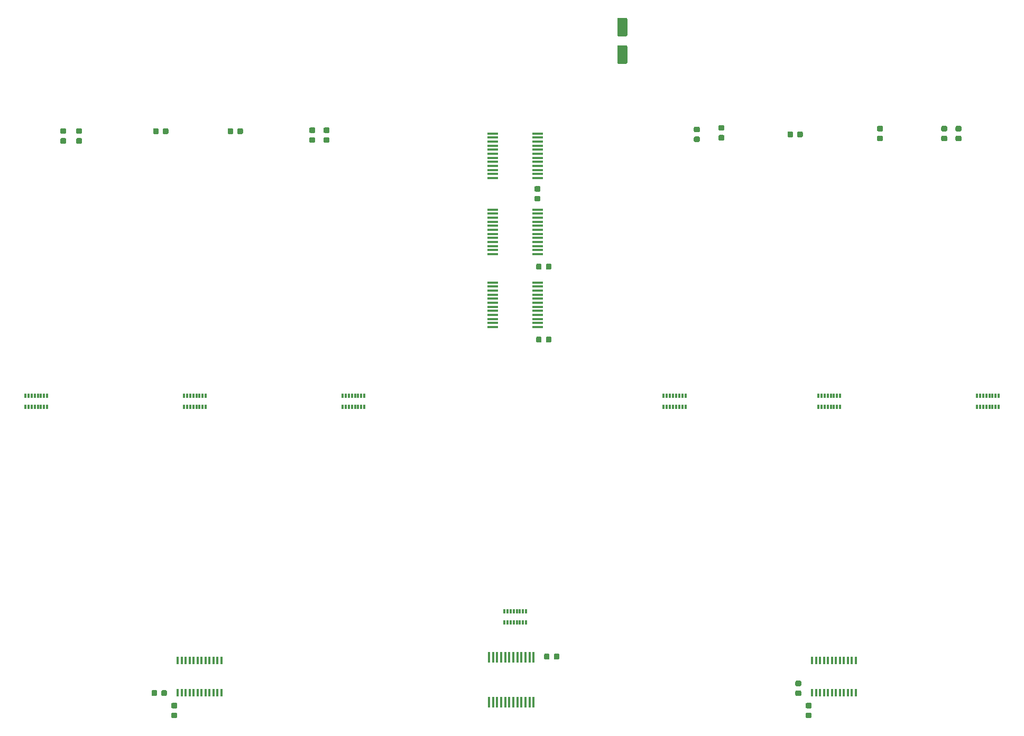
<source format=gbr>
G04 #@! TF.GenerationSoftware,KiCad,Pcbnew,(5.1.4)-1*
G04 #@! TF.CreationDate,2019-10-13T10:06:27+02:00*
G04 #@! TF.ProjectId,ctrl_interface,6374726c-5f69-46e7-9465-72666163652e,rev?*
G04 #@! TF.SameCoordinates,Original*
G04 #@! TF.FileFunction,Paste,Bot*
G04 #@! TF.FilePolarity,Positive*
%FSLAX46Y46*%
G04 Gerber Fmt 4.6, Leading zero omitted, Abs format (unit mm)*
G04 Created by KiCad (PCBNEW (5.1.4)-1) date 2019-10-13 10:06:27*
%MOMM*%
%LPD*%
G04 APERTURE LIST*
%ADD10C,0.100000*%
%ADD11C,1.600000*%
%ADD12R,0.300000X0.800000*%
%ADD13C,0.875000*%
%ADD14R,0.400000X1.200000*%
%ADD15R,1.750000X0.450000*%
%ADD16R,0.450000X1.750000*%
G04 APERTURE END LIST*
D10*
G36*
X170119504Y-30546204D02*
G01*
X170143773Y-30549804D01*
X170167571Y-30555765D01*
X170190671Y-30564030D01*
X170212849Y-30574520D01*
X170233893Y-30587133D01*
X170253598Y-30601747D01*
X170271777Y-30618223D01*
X170288253Y-30636402D01*
X170302867Y-30656107D01*
X170315480Y-30677151D01*
X170325970Y-30699329D01*
X170334235Y-30722429D01*
X170340196Y-30746227D01*
X170343796Y-30770496D01*
X170345000Y-30795000D01*
X170345000Y-33295000D01*
X170343796Y-33319504D01*
X170340196Y-33343773D01*
X170334235Y-33367571D01*
X170325970Y-33390671D01*
X170315480Y-33412849D01*
X170302867Y-33433893D01*
X170288253Y-33453598D01*
X170271777Y-33471777D01*
X170253598Y-33488253D01*
X170233893Y-33502867D01*
X170212849Y-33515480D01*
X170190671Y-33525970D01*
X170167571Y-33534235D01*
X170143773Y-33540196D01*
X170119504Y-33543796D01*
X170095000Y-33545000D01*
X168995000Y-33545000D01*
X168970496Y-33543796D01*
X168946227Y-33540196D01*
X168922429Y-33534235D01*
X168899329Y-33525970D01*
X168877151Y-33515480D01*
X168856107Y-33502867D01*
X168836402Y-33488253D01*
X168818223Y-33471777D01*
X168801747Y-33453598D01*
X168787133Y-33433893D01*
X168774520Y-33412849D01*
X168764030Y-33390671D01*
X168755765Y-33367571D01*
X168749804Y-33343773D01*
X168746204Y-33319504D01*
X168745000Y-33295000D01*
X168745000Y-30795000D01*
X168746204Y-30770496D01*
X168749804Y-30746227D01*
X168755765Y-30722429D01*
X168764030Y-30699329D01*
X168774520Y-30677151D01*
X168787133Y-30656107D01*
X168801747Y-30636402D01*
X168818223Y-30618223D01*
X168836402Y-30601747D01*
X168856107Y-30587133D01*
X168877151Y-30574520D01*
X168899329Y-30564030D01*
X168922429Y-30555765D01*
X168946227Y-30549804D01*
X168970496Y-30546204D01*
X168995000Y-30545000D01*
X170095000Y-30545000D01*
X170119504Y-30546204D01*
X170119504Y-30546204D01*
G37*
D11*
X169545000Y-32045000D03*
D10*
G36*
X170119504Y-26146204D02*
G01*
X170143773Y-26149804D01*
X170167571Y-26155765D01*
X170190671Y-26164030D01*
X170212849Y-26174520D01*
X170233893Y-26187133D01*
X170253598Y-26201747D01*
X170271777Y-26218223D01*
X170288253Y-26236402D01*
X170302867Y-26256107D01*
X170315480Y-26277151D01*
X170325970Y-26299329D01*
X170334235Y-26322429D01*
X170340196Y-26346227D01*
X170343796Y-26370496D01*
X170345000Y-26395000D01*
X170345000Y-28895000D01*
X170343796Y-28919504D01*
X170340196Y-28943773D01*
X170334235Y-28967571D01*
X170325970Y-28990671D01*
X170315480Y-29012849D01*
X170302867Y-29033893D01*
X170288253Y-29053598D01*
X170271777Y-29071777D01*
X170253598Y-29088253D01*
X170233893Y-29102867D01*
X170212849Y-29115480D01*
X170190671Y-29125970D01*
X170167571Y-29134235D01*
X170143773Y-29140196D01*
X170119504Y-29143796D01*
X170095000Y-29145000D01*
X168995000Y-29145000D01*
X168970496Y-29143796D01*
X168946227Y-29140196D01*
X168922429Y-29134235D01*
X168899329Y-29125970D01*
X168877151Y-29115480D01*
X168856107Y-29102867D01*
X168836402Y-29088253D01*
X168818223Y-29071777D01*
X168801747Y-29053598D01*
X168787133Y-29033893D01*
X168774520Y-29012849D01*
X168764030Y-28990671D01*
X168755765Y-28967571D01*
X168749804Y-28943773D01*
X168746204Y-28919504D01*
X168745000Y-28895000D01*
X168745000Y-26395000D01*
X168746204Y-26370496D01*
X168749804Y-26346227D01*
X168755765Y-26322429D01*
X168764030Y-26299329D01*
X168774520Y-26277151D01*
X168787133Y-26256107D01*
X168801747Y-26236402D01*
X168818223Y-26218223D01*
X168836402Y-26201747D01*
X168856107Y-26187133D01*
X168877151Y-26174520D01*
X168899329Y-26164030D01*
X168922429Y-26155765D01*
X168946227Y-26149804D01*
X168970496Y-26146204D01*
X168995000Y-26145000D01*
X170095000Y-26145000D01*
X170119504Y-26146204D01*
X170119504Y-26146204D01*
G37*
D11*
X169545000Y-27645000D03*
D12*
X125242000Y-86700000D03*
X126242000Y-86700000D03*
X125742000Y-86700000D03*
X126742000Y-86700000D03*
X127242000Y-86700000D03*
X127742000Y-86700000D03*
X125242000Y-88500000D03*
X125742000Y-88500000D03*
X126242000Y-88500000D03*
X126742000Y-88500000D03*
X127242000Y-88500000D03*
X127742000Y-88500000D03*
X124742000Y-86700000D03*
X124742000Y-88500000D03*
X128242000Y-86700000D03*
X128242000Y-88500000D03*
D10*
G36*
X80287691Y-43861053D02*
G01*
X80308926Y-43864203D01*
X80329750Y-43869419D01*
X80349962Y-43876651D01*
X80369368Y-43885830D01*
X80387781Y-43896866D01*
X80405024Y-43909654D01*
X80420930Y-43924070D01*
X80435346Y-43939976D01*
X80448134Y-43957219D01*
X80459170Y-43975632D01*
X80468349Y-43995038D01*
X80475581Y-44015250D01*
X80480797Y-44036074D01*
X80483947Y-44057309D01*
X80485000Y-44078750D01*
X80485000Y-44516250D01*
X80483947Y-44537691D01*
X80480797Y-44558926D01*
X80475581Y-44579750D01*
X80468349Y-44599962D01*
X80459170Y-44619368D01*
X80448134Y-44637781D01*
X80435346Y-44655024D01*
X80420930Y-44670930D01*
X80405024Y-44685346D01*
X80387781Y-44698134D01*
X80369368Y-44709170D01*
X80349962Y-44718349D01*
X80329750Y-44725581D01*
X80308926Y-44730797D01*
X80287691Y-44733947D01*
X80266250Y-44735000D01*
X79753750Y-44735000D01*
X79732309Y-44733947D01*
X79711074Y-44730797D01*
X79690250Y-44725581D01*
X79670038Y-44718349D01*
X79650632Y-44709170D01*
X79632219Y-44698134D01*
X79614976Y-44685346D01*
X79599070Y-44670930D01*
X79584654Y-44655024D01*
X79571866Y-44637781D01*
X79560830Y-44619368D01*
X79551651Y-44599962D01*
X79544419Y-44579750D01*
X79539203Y-44558926D01*
X79536053Y-44537691D01*
X79535000Y-44516250D01*
X79535000Y-44078750D01*
X79536053Y-44057309D01*
X79539203Y-44036074D01*
X79544419Y-44015250D01*
X79551651Y-43995038D01*
X79560830Y-43975632D01*
X79571866Y-43957219D01*
X79584654Y-43939976D01*
X79599070Y-43924070D01*
X79614976Y-43909654D01*
X79632219Y-43896866D01*
X79650632Y-43885830D01*
X79670038Y-43876651D01*
X79690250Y-43869419D01*
X79711074Y-43864203D01*
X79732309Y-43861053D01*
X79753750Y-43860000D01*
X80266250Y-43860000D01*
X80287691Y-43861053D01*
X80287691Y-43861053D01*
G37*
D13*
X80010000Y-44297500D03*
D10*
G36*
X80287691Y-45436053D02*
G01*
X80308926Y-45439203D01*
X80329750Y-45444419D01*
X80349962Y-45451651D01*
X80369368Y-45460830D01*
X80387781Y-45471866D01*
X80405024Y-45484654D01*
X80420930Y-45499070D01*
X80435346Y-45514976D01*
X80448134Y-45532219D01*
X80459170Y-45550632D01*
X80468349Y-45570038D01*
X80475581Y-45590250D01*
X80480797Y-45611074D01*
X80483947Y-45632309D01*
X80485000Y-45653750D01*
X80485000Y-46091250D01*
X80483947Y-46112691D01*
X80480797Y-46133926D01*
X80475581Y-46154750D01*
X80468349Y-46174962D01*
X80459170Y-46194368D01*
X80448134Y-46212781D01*
X80435346Y-46230024D01*
X80420930Y-46245930D01*
X80405024Y-46260346D01*
X80387781Y-46273134D01*
X80369368Y-46284170D01*
X80349962Y-46293349D01*
X80329750Y-46300581D01*
X80308926Y-46305797D01*
X80287691Y-46308947D01*
X80266250Y-46310000D01*
X79753750Y-46310000D01*
X79732309Y-46308947D01*
X79711074Y-46305797D01*
X79690250Y-46300581D01*
X79670038Y-46293349D01*
X79650632Y-46284170D01*
X79632219Y-46273134D01*
X79614976Y-46260346D01*
X79599070Y-46245930D01*
X79584654Y-46230024D01*
X79571866Y-46212781D01*
X79560830Y-46194368D01*
X79551651Y-46174962D01*
X79544419Y-46154750D01*
X79539203Y-46133926D01*
X79536053Y-46112691D01*
X79535000Y-46091250D01*
X79535000Y-45653750D01*
X79536053Y-45632309D01*
X79539203Y-45611074D01*
X79544419Y-45590250D01*
X79551651Y-45570038D01*
X79560830Y-45550632D01*
X79571866Y-45532219D01*
X79584654Y-45514976D01*
X79599070Y-45499070D01*
X79614976Y-45484654D01*
X79632219Y-45471866D01*
X79650632Y-45460830D01*
X79670038Y-45451651D01*
X79690250Y-45444419D01*
X79711074Y-45439203D01*
X79732309Y-45436053D01*
X79753750Y-45435000D01*
X80266250Y-45435000D01*
X80287691Y-45436053D01*
X80287691Y-45436053D01*
G37*
D13*
X80010000Y-45872500D03*
D14*
X98361500Y-129100000D03*
X98996500Y-129100000D03*
X99631500Y-129100000D03*
X100266500Y-129100000D03*
X100901500Y-129100000D03*
X101536500Y-129100000D03*
X102171500Y-129100000D03*
X102806500Y-129100000D03*
X103441500Y-129100000D03*
X104076500Y-129100000D03*
X104711500Y-129100000D03*
X105346500Y-129100000D03*
X105346500Y-134300000D03*
X104711500Y-134300000D03*
X104076500Y-134300000D03*
X103441500Y-134300000D03*
X102806500Y-134300000D03*
X102171500Y-134300000D03*
X101536500Y-134300000D03*
X100901500Y-134300000D03*
X100266500Y-134300000D03*
X99631500Y-134300000D03*
X98996500Y-134300000D03*
X98361500Y-134300000D03*
D10*
G36*
X94829691Y-133892053D02*
G01*
X94850926Y-133895203D01*
X94871750Y-133900419D01*
X94891962Y-133907651D01*
X94911368Y-133916830D01*
X94929781Y-133927866D01*
X94947024Y-133940654D01*
X94962930Y-133955070D01*
X94977346Y-133970976D01*
X94990134Y-133988219D01*
X95001170Y-134006632D01*
X95010349Y-134026038D01*
X95017581Y-134046250D01*
X95022797Y-134067074D01*
X95025947Y-134088309D01*
X95027000Y-134109750D01*
X95027000Y-134622250D01*
X95025947Y-134643691D01*
X95022797Y-134664926D01*
X95017581Y-134685750D01*
X95010349Y-134705962D01*
X95001170Y-134725368D01*
X94990134Y-134743781D01*
X94977346Y-134761024D01*
X94962930Y-134776930D01*
X94947024Y-134791346D01*
X94929781Y-134804134D01*
X94911368Y-134815170D01*
X94891962Y-134824349D01*
X94871750Y-134831581D01*
X94850926Y-134836797D01*
X94829691Y-134839947D01*
X94808250Y-134841000D01*
X94370750Y-134841000D01*
X94349309Y-134839947D01*
X94328074Y-134836797D01*
X94307250Y-134831581D01*
X94287038Y-134824349D01*
X94267632Y-134815170D01*
X94249219Y-134804134D01*
X94231976Y-134791346D01*
X94216070Y-134776930D01*
X94201654Y-134761024D01*
X94188866Y-134743781D01*
X94177830Y-134725368D01*
X94168651Y-134705962D01*
X94161419Y-134685750D01*
X94156203Y-134664926D01*
X94153053Y-134643691D01*
X94152000Y-134622250D01*
X94152000Y-134109750D01*
X94153053Y-134088309D01*
X94156203Y-134067074D01*
X94161419Y-134046250D01*
X94168651Y-134026038D01*
X94177830Y-134006632D01*
X94188866Y-133988219D01*
X94201654Y-133970976D01*
X94216070Y-133955070D01*
X94231976Y-133940654D01*
X94249219Y-133927866D01*
X94267632Y-133916830D01*
X94287038Y-133907651D01*
X94307250Y-133900419D01*
X94328074Y-133895203D01*
X94349309Y-133892053D01*
X94370750Y-133891000D01*
X94808250Y-133891000D01*
X94829691Y-133892053D01*
X94829691Y-133892053D01*
G37*
D13*
X94589500Y-134366000D03*
D10*
G36*
X96404691Y-133892053D02*
G01*
X96425926Y-133895203D01*
X96446750Y-133900419D01*
X96466962Y-133907651D01*
X96486368Y-133916830D01*
X96504781Y-133927866D01*
X96522024Y-133940654D01*
X96537930Y-133955070D01*
X96552346Y-133970976D01*
X96565134Y-133988219D01*
X96576170Y-134006632D01*
X96585349Y-134026038D01*
X96592581Y-134046250D01*
X96597797Y-134067074D01*
X96600947Y-134088309D01*
X96602000Y-134109750D01*
X96602000Y-134622250D01*
X96600947Y-134643691D01*
X96597797Y-134664926D01*
X96592581Y-134685750D01*
X96585349Y-134705962D01*
X96576170Y-134725368D01*
X96565134Y-134743781D01*
X96552346Y-134761024D01*
X96537930Y-134776930D01*
X96522024Y-134791346D01*
X96504781Y-134804134D01*
X96486368Y-134815170D01*
X96466962Y-134824349D01*
X96446750Y-134831581D01*
X96425926Y-134836797D01*
X96404691Y-134839947D01*
X96383250Y-134841000D01*
X95945750Y-134841000D01*
X95924309Y-134839947D01*
X95903074Y-134836797D01*
X95882250Y-134831581D01*
X95862038Y-134824349D01*
X95842632Y-134815170D01*
X95824219Y-134804134D01*
X95806976Y-134791346D01*
X95791070Y-134776930D01*
X95776654Y-134761024D01*
X95763866Y-134743781D01*
X95752830Y-134725368D01*
X95743651Y-134705962D01*
X95736419Y-134685750D01*
X95731203Y-134664926D01*
X95728053Y-134643691D01*
X95727000Y-134622250D01*
X95727000Y-134109750D01*
X95728053Y-134088309D01*
X95731203Y-134067074D01*
X95736419Y-134046250D01*
X95743651Y-134026038D01*
X95752830Y-134006632D01*
X95763866Y-133988219D01*
X95776654Y-133970976D01*
X95791070Y-133955070D01*
X95806976Y-133940654D01*
X95824219Y-133927866D01*
X95842632Y-133916830D01*
X95862038Y-133907651D01*
X95882250Y-133900419D01*
X95903074Y-133895203D01*
X95924309Y-133892053D01*
X95945750Y-133891000D01*
X96383250Y-133891000D01*
X96404691Y-133892053D01*
X96404691Y-133892053D01*
G37*
D13*
X96164500Y-134366000D03*
D10*
G36*
X198016691Y-133955053D02*
G01*
X198037926Y-133958203D01*
X198058750Y-133963419D01*
X198078962Y-133970651D01*
X198098368Y-133979830D01*
X198116781Y-133990866D01*
X198134024Y-134003654D01*
X198149930Y-134018070D01*
X198164346Y-134033976D01*
X198177134Y-134051219D01*
X198188170Y-134069632D01*
X198197349Y-134089038D01*
X198204581Y-134109250D01*
X198209797Y-134130074D01*
X198212947Y-134151309D01*
X198214000Y-134172750D01*
X198214000Y-134610250D01*
X198212947Y-134631691D01*
X198209797Y-134652926D01*
X198204581Y-134673750D01*
X198197349Y-134693962D01*
X198188170Y-134713368D01*
X198177134Y-134731781D01*
X198164346Y-134749024D01*
X198149930Y-134764930D01*
X198134024Y-134779346D01*
X198116781Y-134792134D01*
X198098368Y-134803170D01*
X198078962Y-134812349D01*
X198058750Y-134819581D01*
X198037926Y-134824797D01*
X198016691Y-134827947D01*
X197995250Y-134829000D01*
X197482750Y-134829000D01*
X197461309Y-134827947D01*
X197440074Y-134824797D01*
X197419250Y-134819581D01*
X197399038Y-134812349D01*
X197379632Y-134803170D01*
X197361219Y-134792134D01*
X197343976Y-134779346D01*
X197328070Y-134764930D01*
X197313654Y-134749024D01*
X197300866Y-134731781D01*
X197289830Y-134713368D01*
X197280651Y-134693962D01*
X197273419Y-134673750D01*
X197268203Y-134652926D01*
X197265053Y-134631691D01*
X197264000Y-134610250D01*
X197264000Y-134172750D01*
X197265053Y-134151309D01*
X197268203Y-134130074D01*
X197273419Y-134109250D01*
X197280651Y-134089038D01*
X197289830Y-134069632D01*
X197300866Y-134051219D01*
X197313654Y-134033976D01*
X197328070Y-134018070D01*
X197343976Y-134003654D01*
X197361219Y-133990866D01*
X197379632Y-133979830D01*
X197399038Y-133970651D01*
X197419250Y-133963419D01*
X197440074Y-133958203D01*
X197461309Y-133955053D01*
X197482750Y-133954000D01*
X197995250Y-133954000D01*
X198016691Y-133955053D01*
X198016691Y-133955053D01*
G37*
D13*
X197739000Y-134391500D03*
D10*
G36*
X198016691Y-132380053D02*
G01*
X198037926Y-132383203D01*
X198058750Y-132388419D01*
X198078962Y-132395651D01*
X198098368Y-132404830D01*
X198116781Y-132415866D01*
X198134024Y-132428654D01*
X198149930Y-132443070D01*
X198164346Y-132458976D01*
X198177134Y-132476219D01*
X198188170Y-132494632D01*
X198197349Y-132514038D01*
X198204581Y-132534250D01*
X198209797Y-132555074D01*
X198212947Y-132576309D01*
X198214000Y-132597750D01*
X198214000Y-133035250D01*
X198212947Y-133056691D01*
X198209797Y-133077926D01*
X198204581Y-133098750D01*
X198197349Y-133118962D01*
X198188170Y-133138368D01*
X198177134Y-133156781D01*
X198164346Y-133174024D01*
X198149930Y-133189930D01*
X198134024Y-133204346D01*
X198116781Y-133217134D01*
X198098368Y-133228170D01*
X198078962Y-133237349D01*
X198058750Y-133244581D01*
X198037926Y-133249797D01*
X198016691Y-133252947D01*
X197995250Y-133254000D01*
X197482750Y-133254000D01*
X197461309Y-133252947D01*
X197440074Y-133249797D01*
X197419250Y-133244581D01*
X197399038Y-133237349D01*
X197379632Y-133228170D01*
X197361219Y-133217134D01*
X197343976Y-133204346D01*
X197328070Y-133189930D01*
X197313654Y-133174024D01*
X197300866Y-133156781D01*
X197289830Y-133138368D01*
X197280651Y-133118962D01*
X197273419Y-133098750D01*
X197268203Y-133077926D01*
X197265053Y-133056691D01*
X197264000Y-133035250D01*
X197264000Y-132597750D01*
X197265053Y-132576309D01*
X197268203Y-132555074D01*
X197273419Y-132534250D01*
X197280651Y-132514038D01*
X197289830Y-132494632D01*
X197300866Y-132476219D01*
X197313654Y-132458976D01*
X197328070Y-132443070D01*
X197343976Y-132428654D01*
X197361219Y-132415866D01*
X197379632Y-132404830D01*
X197399038Y-132395651D01*
X197419250Y-132388419D01*
X197440074Y-132383203D01*
X197461309Y-132380053D01*
X197482750Y-132379000D01*
X197995250Y-132379000D01*
X198016691Y-132380053D01*
X198016691Y-132380053D01*
G37*
D13*
X197739000Y-132816500D03*
D10*
G36*
X96658691Y-43849053D02*
G01*
X96679926Y-43852203D01*
X96700750Y-43857419D01*
X96720962Y-43864651D01*
X96740368Y-43873830D01*
X96758781Y-43884866D01*
X96776024Y-43897654D01*
X96791930Y-43912070D01*
X96806346Y-43927976D01*
X96819134Y-43945219D01*
X96830170Y-43963632D01*
X96839349Y-43983038D01*
X96846581Y-44003250D01*
X96851797Y-44024074D01*
X96854947Y-44045309D01*
X96856000Y-44066750D01*
X96856000Y-44579250D01*
X96854947Y-44600691D01*
X96851797Y-44621926D01*
X96846581Y-44642750D01*
X96839349Y-44662962D01*
X96830170Y-44682368D01*
X96819134Y-44700781D01*
X96806346Y-44718024D01*
X96791930Y-44733930D01*
X96776024Y-44748346D01*
X96758781Y-44761134D01*
X96740368Y-44772170D01*
X96720962Y-44781349D01*
X96700750Y-44788581D01*
X96679926Y-44793797D01*
X96658691Y-44796947D01*
X96637250Y-44798000D01*
X96199750Y-44798000D01*
X96178309Y-44796947D01*
X96157074Y-44793797D01*
X96136250Y-44788581D01*
X96116038Y-44781349D01*
X96096632Y-44772170D01*
X96078219Y-44761134D01*
X96060976Y-44748346D01*
X96045070Y-44733930D01*
X96030654Y-44718024D01*
X96017866Y-44700781D01*
X96006830Y-44682368D01*
X95997651Y-44662962D01*
X95990419Y-44642750D01*
X95985203Y-44621926D01*
X95982053Y-44600691D01*
X95981000Y-44579250D01*
X95981000Y-44066750D01*
X95982053Y-44045309D01*
X95985203Y-44024074D01*
X95990419Y-44003250D01*
X95997651Y-43983038D01*
X96006830Y-43963632D01*
X96017866Y-43945219D01*
X96030654Y-43927976D01*
X96045070Y-43912070D01*
X96060976Y-43897654D01*
X96078219Y-43884866D01*
X96096632Y-43873830D01*
X96116038Y-43864651D01*
X96136250Y-43857419D01*
X96157074Y-43852203D01*
X96178309Y-43849053D01*
X96199750Y-43848000D01*
X96637250Y-43848000D01*
X96658691Y-43849053D01*
X96658691Y-43849053D01*
G37*
D13*
X96418500Y-44323000D03*
D10*
G36*
X95083691Y-43849053D02*
G01*
X95104926Y-43852203D01*
X95125750Y-43857419D01*
X95145962Y-43864651D01*
X95165368Y-43873830D01*
X95183781Y-43884866D01*
X95201024Y-43897654D01*
X95216930Y-43912070D01*
X95231346Y-43927976D01*
X95244134Y-43945219D01*
X95255170Y-43963632D01*
X95264349Y-43983038D01*
X95271581Y-44003250D01*
X95276797Y-44024074D01*
X95279947Y-44045309D01*
X95281000Y-44066750D01*
X95281000Y-44579250D01*
X95279947Y-44600691D01*
X95276797Y-44621926D01*
X95271581Y-44642750D01*
X95264349Y-44662962D01*
X95255170Y-44682368D01*
X95244134Y-44700781D01*
X95231346Y-44718024D01*
X95216930Y-44733930D01*
X95201024Y-44748346D01*
X95183781Y-44761134D01*
X95165368Y-44772170D01*
X95145962Y-44781349D01*
X95125750Y-44788581D01*
X95104926Y-44793797D01*
X95083691Y-44796947D01*
X95062250Y-44798000D01*
X94624750Y-44798000D01*
X94603309Y-44796947D01*
X94582074Y-44793797D01*
X94561250Y-44788581D01*
X94541038Y-44781349D01*
X94521632Y-44772170D01*
X94503219Y-44761134D01*
X94485976Y-44748346D01*
X94470070Y-44733930D01*
X94455654Y-44718024D01*
X94442866Y-44700781D01*
X94431830Y-44682368D01*
X94422651Y-44662962D01*
X94415419Y-44642750D01*
X94410203Y-44621926D01*
X94407053Y-44600691D01*
X94406000Y-44579250D01*
X94406000Y-44066750D01*
X94407053Y-44045309D01*
X94410203Y-44024074D01*
X94415419Y-44003250D01*
X94422651Y-43983038D01*
X94431830Y-43963632D01*
X94442866Y-43945219D01*
X94455654Y-43927976D01*
X94470070Y-43912070D01*
X94485976Y-43897654D01*
X94503219Y-43884866D01*
X94521632Y-43873830D01*
X94541038Y-43864651D01*
X94561250Y-43857419D01*
X94582074Y-43852203D01*
X94603309Y-43849053D01*
X94624750Y-43848000D01*
X95062250Y-43848000D01*
X95083691Y-43849053D01*
X95083691Y-43849053D01*
G37*
D13*
X94843500Y-44323000D03*
D10*
G36*
X108596691Y-43849053D02*
G01*
X108617926Y-43852203D01*
X108638750Y-43857419D01*
X108658962Y-43864651D01*
X108678368Y-43873830D01*
X108696781Y-43884866D01*
X108714024Y-43897654D01*
X108729930Y-43912070D01*
X108744346Y-43927976D01*
X108757134Y-43945219D01*
X108768170Y-43963632D01*
X108777349Y-43983038D01*
X108784581Y-44003250D01*
X108789797Y-44024074D01*
X108792947Y-44045309D01*
X108794000Y-44066750D01*
X108794000Y-44579250D01*
X108792947Y-44600691D01*
X108789797Y-44621926D01*
X108784581Y-44642750D01*
X108777349Y-44662962D01*
X108768170Y-44682368D01*
X108757134Y-44700781D01*
X108744346Y-44718024D01*
X108729930Y-44733930D01*
X108714024Y-44748346D01*
X108696781Y-44761134D01*
X108678368Y-44772170D01*
X108658962Y-44781349D01*
X108638750Y-44788581D01*
X108617926Y-44793797D01*
X108596691Y-44796947D01*
X108575250Y-44798000D01*
X108137750Y-44798000D01*
X108116309Y-44796947D01*
X108095074Y-44793797D01*
X108074250Y-44788581D01*
X108054038Y-44781349D01*
X108034632Y-44772170D01*
X108016219Y-44761134D01*
X107998976Y-44748346D01*
X107983070Y-44733930D01*
X107968654Y-44718024D01*
X107955866Y-44700781D01*
X107944830Y-44682368D01*
X107935651Y-44662962D01*
X107928419Y-44642750D01*
X107923203Y-44621926D01*
X107920053Y-44600691D01*
X107919000Y-44579250D01*
X107919000Y-44066750D01*
X107920053Y-44045309D01*
X107923203Y-44024074D01*
X107928419Y-44003250D01*
X107935651Y-43983038D01*
X107944830Y-43963632D01*
X107955866Y-43945219D01*
X107968654Y-43927976D01*
X107983070Y-43912070D01*
X107998976Y-43897654D01*
X108016219Y-43884866D01*
X108034632Y-43873830D01*
X108054038Y-43864651D01*
X108074250Y-43857419D01*
X108095074Y-43852203D01*
X108116309Y-43849053D01*
X108137750Y-43848000D01*
X108575250Y-43848000D01*
X108596691Y-43849053D01*
X108596691Y-43849053D01*
G37*
D13*
X108356500Y-44323000D03*
D10*
G36*
X107021691Y-43849053D02*
G01*
X107042926Y-43852203D01*
X107063750Y-43857419D01*
X107083962Y-43864651D01*
X107103368Y-43873830D01*
X107121781Y-43884866D01*
X107139024Y-43897654D01*
X107154930Y-43912070D01*
X107169346Y-43927976D01*
X107182134Y-43945219D01*
X107193170Y-43963632D01*
X107202349Y-43983038D01*
X107209581Y-44003250D01*
X107214797Y-44024074D01*
X107217947Y-44045309D01*
X107219000Y-44066750D01*
X107219000Y-44579250D01*
X107217947Y-44600691D01*
X107214797Y-44621926D01*
X107209581Y-44642750D01*
X107202349Y-44662962D01*
X107193170Y-44682368D01*
X107182134Y-44700781D01*
X107169346Y-44718024D01*
X107154930Y-44733930D01*
X107139024Y-44748346D01*
X107121781Y-44761134D01*
X107103368Y-44772170D01*
X107083962Y-44781349D01*
X107063750Y-44788581D01*
X107042926Y-44793797D01*
X107021691Y-44796947D01*
X107000250Y-44798000D01*
X106562750Y-44798000D01*
X106541309Y-44796947D01*
X106520074Y-44793797D01*
X106499250Y-44788581D01*
X106479038Y-44781349D01*
X106459632Y-44772170D01*
X106441219Y-44761134D01*
X106423976Y-44748346D01*
X106408070Y-44733930D01*
X106393654Y-44718024D01*
X106380866Y-44700781D01*
X106369830Y-44682368D01*
X106360651Y-44662962D01*
X106353419Y-44642750D01*
X106348203Y-44621926D01*
X106345053Y-44600691D01*
X106344000Y-44579250D01*
X106344000Y-44066750D01*
X106345053Y-44045309D01*
X106348203Y-44024074D01*
X106353419Y-44003250D01*
X106360651Y-43983038D01*
X106369830Y-43963632D01*
X106380866Y-43945219D01*
X106393654Y-43927976D01*
X106408070Y-43912070D01*
X106423976Y-43897654D01*
X106441219Y-43884866D01*
X106459632Y-43873830D01*
X106479038Y-43864651D01*
X106499250Y-43857419D01*
X106520074Y-43852203D01*
X106541309Y-43849053D01*
X106562750Y-43848000D01*
X107000250Y-43848000D01*
X107021691Y-43849053D01*
X107021691Y-43849053D01*
G37*
D13*
X106781500Y-44323000D03*
D10*
G36*
X156233691Y-54707053D02*
G01*
X156254926Y-54710203D01*
X156275750Y-54715419D01*
X156295962Y-54722651D01*
X156315368Y-54731830D01*
X156333781Y-54742866D01*
X156351024Y-54755654D01*
X156366930Y-54770070D01*
X156381346Y-54785976D01*
X156394134Y-54803219D01*
X156405170Y-54821632D01*
X156414349Y-54841038D01*
X156421581Y-54861250D01*
X156426797Y-54882074D01*
X156429947Y-54903309D01*
X156431000Y-54924750D01*
X156431000Y-55362250D01*
X156429947Y-55383691D01*
X156426797Y-55404926D01*
X156421581Y-55425750D01*
X156414349Y-55445962D01*
X156405170Y-55465368D01*
X156394134Y-55483781D01*
X156381346Y-55501024D01*
X156366930Y-55516930D01*
X156351024Y-55531346D01*
X156333781Y-55544134D01*
X156315368Y-55555170D01*
X156295962Y-55564349D01*
X156275750Y-55571581D01*
X156254926Y-55576797D01*
X156233691Y-55579947D01*
X156212250Y-55581000D01*
X155699750Y-55581000D01*
X155678309Y-55579947D01*
X155657074Y-55576797D01*
X155636250Y-55571581D01*
X155616038Y-55564349D01*
X155596632Y-55555170D01*
X155578219Y-55544134D01*
X155560976Y-55531346D01*
X155545070Y-55516930D01*
X155530654Y-55501024D01*
X155517866Y-55483781D01*
X155506830Y-55465368D01*
X155497651Y-55445962D01*
X155490419Y-55425750D01*
X155485203Y-55404926D01*
X155482053Y-55383691D01*
X155481000Y-55362250D01*
X155481000Y-54924750D01*
X155482053Y-54903309D01*
X155485203Y-54882074D01*
X155490419Y-54861250D01*
X155497651Y-54841038D01*
X155506830Y-54821632D01*
X155517866Y-54803219D01*
X155530654Y-54785976D01*
X155545070Y-54770070D01*
X155560976Y-54755654D01*
X155578219Y-54742866D01*
X155596632Y-54731830D01*
X155616038Y-54722651D01*
X155636250Y-54715419D01*
X155657074Y-54710203D01*
X155678309Y-54707053D01*
X155699750Y-54706000D01*
X156212250Y-54706000D01*
X156233691Y-54707053D01*
X156233691Y-54707053D01*
G37*
D13*
X155956000Y-55143500D03*
D10*
G36*
X156233691Y-53132053D02*
G01*
X156254926Y-53135203D01*
X156275750Y-53140419D01*
X156295962Y-53147651D01*
X156315368Y-53156830D01*
X156333781Y-53167866D01*
X156351024Y-53180654D01*
X156366930Y-53195070D01*
X156381346Y-53210976D01*
X156394134Y-53228219D01*
X156405170Y-53246632D01*
X156414349Y-53266038D01*
X156421581Y-53286250D01*
X156426797Y-53307074D01*
X156429947Y-53328309D01*
X156431000Y-53349750D01*
X156431000Y-53787250D01*
X156429947Y-53808691D01*
X156426797Y-53829926D01*
X156421581Y-53850750D01*
X156414349Y-53870962D01*
X156405170Y-53890368D01*
X156394134Y-53908781D01*
X156381346Y-53926024D01*
X156366930Y-53941930D01*
X156351024Y-53956346D01*
X156333781Y-53969134D01*
X156315368Y-53980170D01*
X156295962Y-53989349D01*
X156275750Y-53996581D01*
X156254926Y-54001797D01*
X156233691Y-54004947D01*
X156212250Y-54006000D01*
X155699750Y-54006000D01*
X155678309Y-54004947D01*
X155657074Y-54001797D01*
X155636250Y-53996581D01*
X155616038Y-53989349D01*
X155596632Y-53980170D01*
X155578219Y-53969134D01*
X155560976Y-53956346D01*
X155545070Y-53941930D01*
X155530654Y-53926024D01*
X155517866Y-53908781D01*
X155506830Y-53890368D01*
X155497651Y-53870962D01*
X155490419Y-53850750D01*
X155485203Y-53829926D01*
X155482053Y-53808691D01*
X155481000Y-53787250D01*
X155481000Y-53349750D01*
X155482053Y-53328309D01*
X155485203Y-53307074D01*
X155490419Y-53286250D01*
X155497651Y-53266038D01*
X155506830Y-53246632D01*
X155517866Y-53228219D01*
X155530654Y-53210976D01*
X155545070Y-53195070D01*
X155560976Y-53180654D01*
X155578219Y-53167866D01*
X155596632Y-53156830D01*
X155616038Y-53147651D01*
X155636250Y-53140419D01*
X155657074Y-53135203D01*
X155678309Y-53132053D01*
X155699750Y-53131000D01*
X156212250Y-53131000D01*
X156233691Y-53132053D01*
X156233691Y-53132053D01*
G37*
D13*
X155956000Y-53568500D03*
D10*
G36*
X156424691Y-65566053D02*
G01*
X156445926Y-65569203D01*
X156466750Y-65574419D01*
X156486962Y-65581651D01*
X156506368Y-65590830D01*
X156524781Y-65601866D01*
X156542024Y-65614654D01*
X156557930Y-65629070D01*
X156572346Y-65644976D01*
X156585134Y-65662219D01*
X156596170Y-65680632D01*
X156605349Y-65700038D01*
X156612581Y-65720250D01*
X156617797Y-65741074D01*
X156620947Y-65762309D01*
X156622000Y-65783750D01*
X156622000Y-66296250D01*
X156620947Y-66317691D01*
X156617797Y-66338926D01*
X156612581Y-66359750D01*
X156605349Y-66379962D01*
X156596170Y-66399368D01*
X156585134Y-66417781D01*
X156572346Y-66435024D01*
X156557930Y-66450930D01*
X156542024Y-66465346D01*
X156524781Y-66478134D01*
X156506368Y-66489170D01*
X156486962Y-66498349D01*
X156466750Y-66505581D01*
X156445926Y-66510797D01*
X156424691Y-66513947D01*
X156403250Y-66515000D01*
X155965750Y-66515000D01*
X155944309Y-66513947D01*
X155923074Y-66510797D01*
X155902250Y-66505581D01*
X155882038Y-66498349D01*
X155862632Y-66489170D01*
X155844219Y-66478134D01*
X155826976Y-66465346D01*
X155811070Y-66450930D01*
X155796654Y-66435024D01*
X155783866Y-66417781D01*
X155772830Y-66399368D01*
X155763651Y-66379962D01*
X155756419Y-66359750D01*
X155751203Y-66338926D01*
X155748053Y-66317691D01*
X155747000Y-66296250D01*
X155747000Y-65783750D01*
X155748053Y-65762309D01*
X155751203Y-65741074D01*
X155756419Y-65720250D01*
X155763651Y-65700038D01*
X155772830Y-65680632D01*
X155783866Y-65662219D01*
X155796654Y-65644976D01*
X155811070Y-65629070D01*
X155826976Y-65614654D01*
X155844219Y-65601866D01*
X155862632Y-65590830D01*
X155882038Y-65581651D01*
X155902250Y-65574419D01*
X155923074Y-65569203D01*
X155944309Y-65566053D01*
X155965750Y-65565000D01*
X156403250Y-65565000D01*
X156424691Y-65566053D01*
X156424691Y-65566053D01*
G37*
D13*
X156184500Y-66040000D03*
D10*
G36*
X157999691Y-65566053D02*
G01*
X158020926Y-65569203D01*
X158041750Y-65574419D01*
X158061962Y-65581651D01*
X158081368Y-65590830D01*
X158099781Y-65601866D01*
X158117024Y-65614654D01*
X158132930Y-65629070D01*
X158147346Y-65644976D01*
X158160134Y-65662219D01*
X158171170Y-65680632D01*
X158180349Y-65700038D01*
X158187581Y-65720250D01*
X158192797Y-65741074D01*
X158195947Y-65762309D01*
X158197000Y-65783750D01*
X158197000Y-66296250D01*
X158195947Y-66317691D01*
X158192797Y-66338926D01*
X158187581Y-66359750D01*
X158180349Y-66379962D01*
X158171170Y-66399368D01*
X158160134Y-66417781D01*
X158147346Y-66435024D01*
X158132930Y-66450930D01*
X158117024Y-66465346D01*
X158099781Y-66478134D01*
X158081368Y-66489170D01*
X158061962Y-66498349D01*
X158041750Y-66505581D01*
X158020926Y-66510797D01*
X157999691Y-66513947D01*
X157978250Y-66515000D01*
X157540750Y-66515000D01*
X157519309Y-66513947D01*
X157498074Y-66510797D01*
X157477250Y-66505581D01*
X157457038Y-66498349D01*
X157437632Y-66489170D01*
X157419219Y-66478134D01*
X157401976Y-66465346D01*
X157386070Y-66450930D01*
X157371654Y-66435024D01*
X157358866Y-66417781D01*
X157347830Y-66399368D01*
X157338651Y-66379962D01*
X157331419Y-66359750D01*
X157326203Y-66338926D01*
X157323053Y-66317691D01*
X157322000Y-66296250D01*
X157322000Y-65783750D01*
X157323053Y-65762309D01*
X157326203Y-65741074D01*
X157331419Y-65720250D01*
X157338651Y-65700038D01*
X157347830Y-65680632D01*
X157358866Y-65662219D01*
X157371654Y-65644976D01*
X157386070Y-65629070D01*
X157401976Y-65614654D01*
X157419219Y-65601866D01*
X157437632Y-65590830D01*
X157457038Y-65581651D01*
X157477250Y-65574419D01*
X157498074Y-65569203D01*
X157519309Y-65566053D01*
X157540750Y-65565000D01*
X157978250Y-65565000D01*
X157999691Y-65566053D01*
X157999691Y-65566053D01*
G37*
D13*
X157759500Y-66040000D03*
D10*
G36*
X157999691Y-77250053D02*
G01*
X158020926Y-77253203D01*
X158041750Y-77258419D01*
X158061962Y-77265651D01*
X158081368Y-77274830D01*
X158099781Y-77285866D01*
X158117024Y-77298654D01*
X158132930Y-77313070D01*
X158147346Y-77328976D01*
X158160134Y-77346219D01*
X158171170Y-77364632D01*
X158180349Y-77384038D01*
X158187581Y-77404250D01*
X158192797Y-77425074D01*
X158195947Y-77446309D01*
X158197000Y-77467750D01*
X158197000Y-77980250D01*
X158195947Y-78001691D01*
X158192797Y-78022926D01*
X158187581Y-78043750D01*
X158180349Y-78063962D01*
X158171170Y-78083368D01*
X158160134Y-78101781D01*
X158147346Y-78119024D01*
X158132930Y-78134930D01*
X158117024Y-78149346D01*
X158099781Y-78162134D01*
X158081368Y-78173170D01*
X158061962Y-78182349D01*
X158041750Y-78189581D01*
X158020926Y-78194797D01*
X157999691Y-78197947D01*
X157978250Y-78199000D01*
X157540750Y-78199000D01*
X157519309Y-78197947D01*
X157498074Y-78194797D01*
X157477250Y-78189581D01*
X157457038Y-78182349D01*
X157437632Y-78173170D01*
X157419219Y-78162134D01*
X157401976Y-78149346D01*
X157386070Y-78134930D01*
X157371654Y-78119024D01*
X157358866Y-78101781D01*
X157347830Y-78083368D01*
X157338651Y-78063962D01*
X157331419Y-78043750D01*
X157326203Y-78022926D01*
X157323053Y-78001691D01*
X157322000Y-77980250D01*
X157322000Y-77467750D01*
X157323053Y-77446309D01*
X157326203Y-77425074D01*
X157331419Y-77404250D01*
X157338651Y-77384038D01*
X157347830Y-77364632D01*
X157358866Y-77346219D01*
X157371654Y-77328976D01*
X157386070Y-77313070D01*
X157401976Y-77298654D01*
X157419219Y-77285866D01*
X157437632Y-77274830D01*
X157457038Y-77265651D01*
X157477250Y-77258419D01*
X157498074Y-77253203D01*
X157519309Y-77250053D01*
X157540750Y-77249000D01*
X157978250Y-77249000D01*
X157999691Y-77250053D01*
X157999691Y-77250053D01*
G37*
D13*
X157759500Y-77724000D03*
D10*
G36*
X156424691Y-77250053D02*
G01*
X156445926Y-77253203D01*
X156466750Y-77258419D01*
X156486962Y-77265651D01*
X156506368Y-77274830D01*
X156524781Y-77285866D01*
X156542024Y-77298654D01*
X156557930Y-77313070D01*
X156572346Y-77328976D01*
X156585134Y-77346219D01*
X156596170Y-77364632D01*
X156605349Y-77384038D01*
X156612581Y-77404250D01*
X156617797Y-77425074D01*
X156620947Y-77446309D01*
X156622000Y-77467750D01*
X156622000Y-77980250D01*
X156620947Y-78001691D01*
X156617797Y-78022926D01*
X156612581Y-78043750D01*
X156605349Y-78063962D01*
X156596170Y-78083368D01*
X156585134Y-78101781D01*
X156572346Y-78119024D01*
X156557930Y-78134930D01*
X156542024Y-78149346D01*
X156524781Y-78162134D01*
X156506368Y-78173170D01*
X156486962Y-78182349D01*
X156466750Y-78189581D01*
X156445926Y-78194797D01*
X156424691Y-78197947D01*
X156403250Y-78199000D01*
X155965750Y-78199000D01*
X155944309Y-78197947D01*
X155923074Y-78194797D01*
X155902250Y-78189581D01*
X155882038Y-78182349D01*
X155862632Y-78173170D01*
X155844219Y-78162134D01*
X155826976Y-78149346D01*
X155811070Y-78134930D01*
X155796654Y-78119024D01*
X155783866Y-78101781D01*
X155772830Y-78083368D01*
X155763651Y-78063962D01*
X155756419Y-78043750D01*
X155751203Y-78022926D01*
X155748053Y-78001691D01*
X155747000Y-77980250D01*
X155747000Y-77467750D01*
X155748053Y-77446309D01*
X155751203Y-77425074D01*
X155756419Y-77404250D01*
X155763651Y-77384038D01*
X155772830Y-77364632D01*
X155783866Y-77346219D01*
X155796654Y-77328976D01*
X155811070Y-77313070D01*
X155826976Y-77298654D01*
X155844219Y-77285866D01*
X155862632Y-77274830D01*
X155882038Y-77265651D01*
X155902250Y-77258419D01*
X155923074Y-77253203D01*
X155944309Y-77250053D01*
X155965750Y-77249000D01*
X156403250Y-77249000D01*
X156424691Y-77250053D01*
X156424691Y-77250053D01*
G37*
D13*
X156184500Y-77724000D03*
D10*
G36*
X157694691Y-128050053D02*
G01*
X157715926Y-128053203D01*
X157736750Y-128058419D01*
X157756962Y-128065651D01*
X157776368Y-128074830D01*
X157794781Y-128085866D01*
X157812024Y-128098654D01*
X157827930Y-128113070D01*
X157842346Y-128128976D01*
X157855134Y-128146219D01*
X157866170Y-128164632D01*
X157875349Y-128184038D01*
X157882581Y-128204250D01*
X157887797Y-128225074D01*
X157890947Y-128246309D01*
X157892000Y-128267750D01*
X157892000Y-128780250D01*
X157890947Y-128801691D01*
X157887797Y-128822926D01*
X157882581Y-128843750D01*
X157875349Y-128863962D01*
X157866170Y-128883368D01*
X157855134Y-128901781D01*
X157842346Y-128919024D01*
X157827930Y-128934930D01*
X157812024Y-128949346D01*
X157794781Y-128962134D01*
X157776368Y-128973170D01*
X157756962Y-128982349D01*
X157736750Y-128989581D01*
X157715926Y-128994797D01*
X157694691Y-128997947D01*
X157673250Y-128999000D01*
X157235750Y-128999000D01*
X157214309Y-128997947D01*
X157193074Y-128994797D01*
X157172250Y-128989581D01*
X157152038Y-128982349D01*
X157132632Y-128973170D01*
X157114219Y-128962134D01*
X157096976Y-128949346D01*
X157081070Y-128934930D01*
X157066654Y-128919024D01*
X157053866Y-128901781D01*
X157042830Y-128883368D01*
X157033651Y-128863962D01*
X157026419Y-128843750D01*
X157021203Y-128822926D01*
X157018053Y-128801691D01*
X157017000Y-128780250D01*
X157017000Y-128267750D01*
X157018053Y-128246309D01*
X157021203Y-128225074D01*
X157026419Y-128204250D01*
X157033651Y-128184038D01*
X157042830Y-128164632D01*
X157053866Y-128146219D01*
X157066654Y-128128976D01*
X157081070Y-128113070D01*
X157096976Y-128098654D01*
X157114219Y-128085866D01*
X157132632Y-128074830D01*
X157152038Y-128065651D01*
X157172250Y-128058419D01*
X157193074Y-128053203D01*
X157214309Y-128050053D01*
X157235750Y-128049000D01*
X157673250Y-128049000D01*
X157694691Y-128050053D01*
X157694691Y-128050053D01*
G37*
D13*
X157454500Y-128524000D03*
D10*
G36*
X159269691Y-128050053D02*
G01*
X159290926Y-128053203D01*
X159311750Y-128058419D01*
X159331962Y-128065651D01*
X159351368Y-128074830D01*
X159369781Y-128085866D01*
X159387024Y-128098654D01*
X159402930Y-128113070D01*
X159417346Y-128128976D01*
X159430134Y-128146219D01*
X159441170Y-128164632D01*
X159450349Y-128184038D01*
X159457581Y-128204250D01*
X159462797Y-128225074D01*
X159465947Y-128246309D01*
X159467000Y-128267750D01*
X159467000Y-128780250D01*
X159465947Y-128801691D01*
X159462797Y-128822926D01*
X159457581Y-128843750D01*
X159450349Y-128863962D01*
X159441170Y-128883368D01*
X159430134Y-128901781D01*
X159417346Y-128919024D01*
X159402930Y-128934930D01*
X159387024Y-128949346D01*
X159369781Y-128962134D01*
X159351368Y-128973170D01*
X159331962Y-128982349D01*
X159311750Y-128989581D01*
X159290926Y-128994797D01*
X159269691Y-128997947D01*
X159248250Y-128999000D01*
X158810750Y-128999000D01*
X158789309Y-128997947D01*
X158768074Y-128994797D01*
X158747250Y-128989581D01*
X158727038Y-128982349D01*
X158707632Y-128973170D01*
X158689219Y-128962134D01*
X158671976Y-128949346D01*
X158656070Y-128934930D01*
X158641654Y-128919024D01*
X158628866Y-128901781D01*
X158617830Y-128883368D01*
X158608651Y-128863962D01*
X158601419Y-128843750D01*
X158596203Y-128822926D01*
X158593053Y-128801691D01*
X158592000Y-128780250D01*
X158592000Y-128267750D01*
X158593053Y-128246309D01*
X158596203Y-128225074D01*
X158601419Y-128204250D01*
X158608651Y-128184038D01*
X158617830Y-128164632D01*
X158628866Y-128146219D01*
X158641654Y-128128976D01*
X158656070Y-128113070D01*
X158671976Y-128098654D01*
X158689219Y-128085866D01*
X158707632Y-128074830D01*
X158727038Y-128065651D01*
X158747250Y-128058419D01*
X158768074Y-128053203D01*
X158789309Y-128050053D01*
X158810750Y-128049000D01*
X159248250Y-128049000D01*
X159269691Y-128050053D01*
X159269691Y-128050053D01*
G37*
D13*
X159029500Y-128524000D03*
D10*
G36*
X199667691Y-135936053D02*
G01*
X199688926Y-135939203D01*
X199709750Y-135944419D01*
X199729962Y-135951651D01*
X199749368Y-135960830D01*
X199767781Y-135971866D01*
X199785024Y-135984654D01*
X199800930Y-135999070D01*
X199815346Y-136014976D01*
X199828134Y-136032219D01*
X199839170Y-136050632D01*
X199848349Y-136070038D01*
X199855581Y-136090250D01*
X199860797Y-136111074D01*
X199863947Y-136132309D01*
X199865000Y-136153750D01*
X199865000Y-136591250D01*
X199863947Y-136612691D01*
X199860797Y-136633926D01*
X199855581Y-136654750D01*
X199848349Y-136674962D01*
X199839170Y-136694368D01*
X199828134Y-136712781D01*
X199815346Y-136730024D01*
X199800930Y-136745930D01*
X199785024Y-136760346D01*
X199767781Y-136773134D01*
X199749368Y-136784170D01*
X199729962Y-136793349D01*
X199709750Y-136800581D01*
X199688926Y-136805797D01*
X199667691Y-136808947D01*
X199646250Y-136810000D01*
X199133750Y-136810000D01*
X199112309Y-136808947D01*
X199091074Y-136805797D01*
X199070250Y-136800581D01*
X199050038Y-136793349D01*
X199030632Y-136784170D01*
X199012219Y-136773134D01*
X198994976Y-136760346D01*
X198979070Y-136745930D01*
X198964654Y-136730024D01*
X198951866Y-136712781D01*
X198940830Y-136694368D01*
X198931651Y-136674962D01*
X198924419Y-136654750D01*
X198919203Y-136633926D01*
X198916053Y-136612691D01*
X198915000Y-136591250D01*
X198915000Y-136153750D01*
X198916053Y-136132309D01*
X198919203Y-136111074D01*
X198924419Y-136090250D01*
X198931651Y-136070038D01*
X198940830Y-136050632D01*
X198951866Y-136032219D01*
X198964654Y-136014976D01*
X198979070Y-135999070D01*
X198994976Y-135984654D01*
X199012219Y-135971866D01*
X199030632Y-135960830D01*
X199050038Y-135951651D01*
X199070250Y-135944419D01*
X199091074Y-135939203D01*
X199112309Y-135936053D01*
X199133750Y-135935000D01*
X199646250Y-135935000D01*
X199667691Y-135936053D01*
X199667691Y-135936053D01*
G37*
D13*
X199390000Y-136372500D03*
D10*
G36*
X199667691Y-137511053D02*
G01*
X199688926Y-137514203D01*
X199709750Y-137519419D01*
X199729962Y-137526651D01*
X199749368Y-137535830D01*
X199767781Y-137546866D01*
X199785024Y-137559654D01*
X199800930Y-137574070D01*
X199815346Y-137589976D01*
X199828134Y-137607219D01*
X199839170Y-137625632D01*
X199848349Y-137645038D01*
X199855581Y-137665250D01*
X199860797Y-137686074D01*
X199863947Y-137707309D01*
X199865000Y-137728750D01*
X199865000Y-138166250D01*
X199863947Y-138187691D01*
X199860797Y-138208926D01*
X199855581Y-138229750D01*
X199848349Y-138249962D01*
X199839170Y-138269368D01*
X199828134Y-138287781D01*
X199815346Y-138305024D01*
X199800930Y-138320930D01*
X199785024Y-138335346D01*
X199767781Y-138348134D01*
X199749368Y-138359170D01*
X199729962Y-138368349D01*
X199709750Y-138375581D01*
X199688926Y-138380797D01*
X199667691Y-138383947D01*
X199646250Y-138385000D01*
X199133750Y-138385000D01*
X199112309Y-138383947D01*
X199091074Y-138380797D01*
X199070250Y-138375581D01*
X199050038Y-138368349D01*
X199030632Y-138359170D01*
X199012219Y-138348134D01*
X198994976Y-138335346D01*
X198979070Y-138320930D01*
X198964654Y-138305024D01*
X198951866Y-138287781D01*
X198940830Y-138269368D01*
X198931651Y-138249962D01*
X198924419Y-138229750D01*
X198919203Y-138208926D01*
X198916053Y-138187691D01*
X198915000Y-138166250D01*
X198915000Y-137728750D01*
X198916053Y-137707309D01*
X198919203Y-137686074D01*
X198924419Y-137665250D01*
X198931651Y-137645038D01*
X198940830Y-137625632D01*
X198951866Y-137607219D01*
X198964654Y-137589976D01*
X198979070Y-137574070D01*
X198994976Y-137559654D01*
X199012219Y-137546866D01*
X199030632Y-137535830D01*
X199050038Y-137526651D01*
X199070250Y-137519419D01*
X199091074Y-137514203D01*
X199112309Y-137511053D01*
X199133750Y-137510000D01*
X199646250Y-137510000D01*
X199667691Y-137511053D01*
X199667691Y-137511053D01*
G37*
D13*
X199390000Y-137947500D03*
D10*
G36*
X82827691Y-45436053D02*
G01*
X82848926Y-45439203D01*
X82869750Y-45444419D01*
X82889962Y-45451651D01*
X82909368Y-45460830D01*
X82927781Y-45471866D01*
X82945024Y-45484654D01*
X82960930Y-45499070D01*
X82975346Y-45514976D01*
X82988134Y-45532219D01*
X82999170Y-45550632D01*
X83008349Y-45570038D01*
X83015581Y-45590250D01*
X83020797Y-45611074D01*
X83023947Y-45632309D01*
X83025000Y-45653750D01*
X83025000Y-46091250D01*
X83023947Y-46112691D01*
X83020797Y-46133926D01*
X83015581Y-46154750D01*
X83008349Y-46174962D01*
X82999170Y-46194368D01*
X82988134Y-46212781D01*
X82975346Y-46230024D01*
X82960930Y-46245930D01*
X82945024Y-46260346D01*
X82927781Y-46273134D01*
X82909368Y-46284170D01*
X82889962Y-46293349D01*
X82869750Y-46300581D01*
X82848926Y-46305797D01*
X82827691Y-46308947D01*
X82806250Y-46310000D01*
X82293750Y-46310000D01*
X82272309Y-46308947D01*
X82251074Y-46305797D01*
X82230250Y-46300581D01*
X82210038Y-46293349D01*
X82190632Y-46284170D01*
X82172219Y-46273134D01*
X82154976Y-46260346D01*
X82139070Y-46245930D01*
X82124654Y-46230024D01*
X82111866Y-46212781D01*
X82100830Y-46194368D01*
X82091651Y-46174962D01*
X82084419Y-46154750D01*
X82079203Y-46133926D01*
X82076053Y-46112691D01*
X82075000Y-46091250D01*
X82075000Y-45653750D01*
X82076053Y-45632309D01*
X82079203Y-45611074D01*
X82084419Y-45590250D01*
X82091651Y-45570038D01*
X82100830Y-45550632D01*
X82111866Y-45532219D01*
X82124654Y-45514976D01*
X82139070Y-45499070D01*
X82154976Y-45484654D01*
X82172219Y-45471866D01*
X82190632Y-45460830D01*
X82210038Y-45451651D01*
X82230250Y-45444419D01*
X82251074Y-45439203D01*
X82272309Y-45436053D01*
X82293750Y-45435000D01*
X82806250Y-45435000D01*
X82827691Y-45436053D01*
X82827691Y-45436053D01*
G37*
D13*
X82550000Y-45872500D03*
D10*
G36*
X82827691Y-43861053D02*
G01*
X82848926Y-43864203D01*
X82869750Y-43869419D01*
X82889962Y-43876651D01*
X82909368Y-43885830D01*
X82927781Y-43896866D01*
X82945024Y-43909654D01*
X82960930Y-43924070D01*
X82975346Y-43939976D01*
X82988134Y-43957219D01*
X82999170Y-43975632D01*
X83008349Y-43995038D01*
X83015581Y-44015250D01*
X83020797Y-44036074D01*
X83023947Y-44057309D01*
X83025000Y-44078750D01*
X83025000Y-44516250D01*
X83023947Y-44537691D01*
X83020797Y-44558926D01*
X83015581Y-44579750D01*
X83008349Y-44599962D01*
X82999170Y-44619368D01*
X82988134Y-44637781D01*
X82975346Y-44655024D01*
X82960930Y-44670930D01*
X82945024Y-44685346D01*
X82927781Y-44698134D01*
X82909368Y-44709170D01*
X82889962Y-44718349D01*
X82869750Y-44725581D01*
X82848926Y-44730797D01*
X82827691Y-44733947D01*
X82806250Y-44735000D01*
X82293750Y-44735000D01*
X82272309Y-44733947D01*
X82251074Y-44730797D01*
X82230250Y-44725581D01*
X82210038Y-44718349D01*
X82190632Y-44709170D01*
X82172219Y-44698134D01*
X82154976Y-44685346D01*
X82139070Y-44670930D01*
X82124654Y-44655024D01*
X82111866Y-44637781D01*
X82100830Y-44619368D01*
X82091651Y-44599962D01*
X82084419Y-44579750D01*
X82079203Y-44558926D01*
X82076053Y-44537691D01*
X82075000Y-44516250D01*
X82075000Y-44078750D01*
X82076053Y-44057309D01*
X82079203Y-44036074D01*
X82084419Y-44015250D01*
X82091651Y-43995038D01*
X82100830Y-43975632D01*
X82111866Y-43957219D01*
X82124654Y-43939976D01*
X82139070Y-43924070D01*
X82154976Y-43909654D01*
X82172219Y-43896866D01*
X82190632Y-43885830D01*
X82210038Y-43876651D01*
X82230250Y-43869419D01*
X82251074Y-43864203D01*
X82272309Y-43861053D01*
X82293750Y-43860000D01*
X82806250Y-43860000D01*
X82827691Y-43861053D01*
X82827691Y-43861053D01*
G37*
D13*
X82550000Y-44297500D03*
D14*
X199961500Y-129100000D03*
X200596500Y-129100000D03*
X201231500Y-129100000D03*
X201866500Y-129100000D03*
X202501500Y-129100000D03*
X203136500Y-129100000D03*
X203771500Y-129100000D03*
X204406500Y-129100000D03*
X205041500Y-129100000D03*
X205676500Y-129100000D03*
X206311500Y-129100000D03*
X206946500Y-129100000D03*
X206946500Y-134300000D03*
X206311500Y-134300000D03*
X205676500Y-134300000D03*
X205041500Y-134300000D03*
X204406500Y-134300000D03*
X203771500Y-134300000D03*
X203136500Y-134300000D03*
X202501500Y-134300000D03*
X201866500Y-134300000D03*
X201231500Y-134300000D03*
X200596500Y-134300000D03*
X199961500Y-134300000D03*
D15*
X148800000Y-51835000D03*
X148800000Y-51185000D03*
X148800000Y-50535000D03*
X148800000Y-49885000D03*
X148800000Y-49235000D03*
X148800000Y-48585000D03*
X148800000Y-47935000D03*
X148800000Y-47285000D03*
X148800000Y-46635000D03*
X148800000Y-45985000D03*
X148800000Y-45335000D03*
X148800000Y-44685000D03*
X156000000Y-44685000D03*
X156000000Y-45335000D03*
X156000000Y-45985000D03*
X156000000Y-46635000D03*
X156000000Y-47285000D03*
X156000000Y-47935000D03*
X156000000Y-48585000D03*
X156000000Y-49235000D03*
X156000000Y-49885000D03*
X156000000Y-50535000D03*
X156000000Y-51185000D03*
X156000000Y-51835000D03*
X148800000Y-64027000D03*
X148800000Y-63377000D03*
X148800000Y-62727000D03*
X148800000Y-62077000D03*
X148800000Y-61427000D03*
X148800000Y-60777000D03*
X148800000Y-60127000D03*
X148800000Y-59477000D03*
X148800000Y-58827000D03*
X148800000Y-58177000D03*
X148800000Y-57527000D03*
X148800000Y-56877000D03*
X156000000Y-56877000D03*
X156000000Y-57527000D03*
X156000000Y-58177000D03*
X156000000Y-58827000D03*
X156000000Y-59477000D03*
X156000000Y-60127000D03*
X156000000Y-60777000D03*
X156000000Y-61427000D03*
X156000000Y-62077000D03*
X156000000Y-62727000D03*
X156000000Y-63377000D03*
X156000000Y-64027000D03*
X156000000Y-75711000D03*
X156000000Y-75061000D03*
X156000000Y-74411000D03*
X156000000Y-73761000D03*
X156000000Y-73111000D03*
X156000000Y-72461000D03*
X156000000Y-71811000D03*
X156000000Y-71161000D03*
X156000000Y-70511000D03*
X156000000Y-69861000D03*
X156000000Y-69211000D03*
X156000000Y-68561000D03*
X148800000Y-68561000D03*
X148800000Y-69211000D03*
X148800000Y-69861000D03*
X148800000Y-70511000D03*
X148800000Y-71161000D03*
X148800000Y-71811000D03*
X148800000Y-72461000D03*
X148800000Y-73111000D03*
X148800000Y-73761000D03*
X148800000Y-74411000D03*
X148800000Y-75061000D03*
X148800000Y-75711000D03*
D16*
X155340000Y-128607000D03*
X154690000Y-128607000D03*
X154040000Y-128607000D03*
X153390000Y-128607000D03*
X152740000Y-128607000D03*
X152090000Y-128607000D03*
X151440000Y-128607000D03*
X150790000Y-128607000D03*
X150140000Y-128607000D03*
X149490000Y-128607000D03*
X148840000Y-128607000D03*
X148190000Y-128607000D03*
X148190000Y-135807000D03*
X148840000Y-135807000D03*
X149490000Y-135807000D03*
X150140000Y-135807000D03*
X150790000Y-135807000D03*
X151440000Y-135807000D03*
X152090000Y-135807000D03*
X152740000Y-135807000D03*
X153390000Y-135807000D03*
X154040000Y-135807000D03*
X154690000Y-135807000D03*
X155340000Y-135807000D03*
D12*
X150650000Y-121274000D03*
X150650000Y-123074000D03*
X154150000Y-121274000D03*
X154150000Y-123074000D03*
X151150000Y-121274000D03*
X151650000Y-121274000D03*
X152150000Y-121274000D03*
X152650000Y-121274000D03*
X153150000Y-121274000D03*
X153650000Y-121274000D03*
X151150000Y-123074000D03*
X151650000Y-123074000D03*
X152150000Y-123074000D03*
X153150000Y-123074000D03*
X152650000Y-123074000D03*
X153650000Y-123074000D03*
X74442000Y-86700000D03*
X75442000Y-86700000D03*
X74942000Y-86700000D03*
X75942000Y-86700000D03*
X76442000Y-86700000D03*
X76942000Y-86700000D03*
X74442000Y-88500000D03*
X74942000Y-88500000D03*
X75442000Y-88500000D03*
X75942000Y-88500000D03*
X76442000Y-88500000D03*
X76942000Y-88500000D03*
X73942000Y-86700000D03*
X73942000Y-88500000D03*
X77442000Y-86700000D03*
X77442000Y-88500000D03*
X102842000Y-88500000D03*
X102842000Y-86700000D03*
X99342000Y-88500000D03*
X99342000Y-86700000D03*
X102342000Y-88500000D03*
X101842000Y-88500000D03*
X101342000Y-88500000D03*
X100842000Y-88500000D03*
X100342000Y-88500000D03*
X99842000Y-88500000D03*
X102342000Y-86700000D03*
X101842000Y-86700000D03*
X101342000Y-86700000D03*
X100342000Y-86700000D03*
X100842000Y-86700000D03*
X99842000Y-86700000D03*
X201442000Y-86700000D03*
X202442000Y-86700000D03*
X201942000Y-86700000D03*
X202942000Y-86700000D03*
X203442000Y-86700000D03*
X203942000Y-86700000D03*
X201442000Y-88500000D03*
X201942000Y-88500000D03*
X202442000Y-88500000D03*
X202942000Y-88500000D03*
X203442000Y-88500000D03*
X203942000Y-88500000D03*
X200942000Y-86700000D03*
X200942000Y-88500000D03*
X204442000Y-86700000D03*
X204442000Y-88500000D03*
X229842000Y-88500000D03*
X229842000Y-86700000D03*
X226342000Y-88500000D03*
X226342000Y-86700000D03*
X229342000Y-88500000D03*
X228842000Y-88500000D03*
X228342000Y-88500000D03*
X227842000Y-88500000D03*
X227342000Y-88500000D03*
X226842000Y-88500000D03*
X229342000Y-86700000D03*
X228842000Y-86700000D03*
X228342000Y-86700000D03*
X227342000Y-86700000D03*
X227842000Y-86700000D03*
X226842000Y-86700000D03*
D10*
G36*
X196683691Y-44357053D02*
G01*
X196704926Y-44360203D01*
X196725750Y-44365419D01*
X196745962Y-44372651D01*
X196765368Y-44381830D01*
X196783781Y-44392866D01*
X196801024Y-44405654D01*
X196816930Y-44420070D01*
X196831346Y-44435976D01*
X196844134Y-44453219D01*
X196855170Y-44471632D01*
X196864349Y-44491038D01*
X196871581Y-44511250D01*
X196876797Y-44532074D01*
X196879947Y-44553309D01*
X196881000Y-44574750D01*
X196881000Y-45087250D01*
X196879947Y-45108691D01*
X196876797Y-45129926D01*
X196871581Y-45150750D01*
X196864349Y-45170962D01*
X196855170Y-45190368D01*
X196844134Y-45208781D01*
X196831346Y-45226024D01*
X196816930Y-45241930D01*
X196801024Y-45256346D01*
X196783781Y-45269134D01*
X196765368Y-45280170D01*
X196745962Y-45289349D01*
X196725750Y-45296581D01*
X196704926Y-45301797D01*
X196683691Y-45304947D01*
X196662250Y-45306000D01*
X196224750Y-45306000D01*
X196203309Y-45304947D01*
X196182074Y-45301797D01*
X196161250Y-45296581D01*
X196141038Y-45289349D01*
X196121632Y-45280170D01*
X196103219Y-45269134D01*
X196085976Y-45256346D01*
X196070070Y-45241930D01*
X196055654Y-45226024D01*
X196042866Y-45208781D01*
X196031830Y-45190368D01*
X196022651Y-45170962D01*
X196015419Y-45150750D01*
X196010203Y-45129926D01*
X196007053Y-45108691D01*
X196006000Y-45087250D01*
X196006000Y-44574750D01*
X196007053Y-44553309D01*
X196010203Y-44532074D01*
X196015419Y-44511250D01*
X196022651Y-44491038D01*
X196031830Y-44471632D01*
X196042866Y-44453219D01*
X196055654Y-44435976D01*
X196070070Y-44420070D01*
X196085976Y-44405654D01*
X196103219Y-44392866D01*
X196121632Y-44381830D01*
X196141038Y-44372651D01*
X196161250Y-44365419D01*
X196182074Y-44360203D01*
X196203309Y-44357053D01*
X196224750Y-44356000D01*
X196662250Y-44356000D01*
X196683691Y-44357053D01*
X196683691Y-44357053D01*
G37*
D13*
X196443500Y-44831000D03*
D10*
G36*
X198258691Y-44357053D02*
G01*
X198279926Y-44360203D01*
X198300750Y-44365419D01*
X198320962Y-44372651D01*
X198340368Y-44381830D01*
X198358781Y-44392866D01*
X198376024Y-44405654D01*
X198391930Y-44420070D01*
X198406346Y-44435976D01*
X198419134Y-44453219D01*
X198430170Y-44471632D01*
X198439349Y-44491038D01*
X198446581Y-44511250D01*
X198451797Y-44532074D01*
X198454947Y-44553309D01*
X198456000Y-44574750D01*
X198456000Y-45087250D01*
X198454947Y-45108691D01*
X198451797Y-45129926D01*
X198446581Y-45150750D01*
X198439349Y-45170962D01*
X198430170Y-45190368D01*
X198419134Y-45208781D01*
X198406346Y-45226024D01*
X198391930Y-45241930D01*
X198376024Y-45256346D01*
X198358781Y-45269134D01*
X198340368Y-45280170D01*
X198320962Y-45289349D01*
X198300750Y-45296581D01*
X198279926Y-45301797D01*
X198258691Y-45304947D01*
X198237250Y-45306000D01*
X197799750Y-45306000D01*
X197778309Y-45304947D01*
X197757074Y-45301797D01*
X197736250Y-45296581D01*
X197716038Y-45289349D01*
X197696632Y-45280170D01*
X197678219Y-45269134D01*
X197660976Y-45256346D01*
X197645070Y-45241930D01*
X197630654Y-45226024D01*
X197617866Y-45208781D01*
X197606830Y-45190368D01*
X197597651Y-45170962D01*
X197590419Y-45150750D01*
X197585203Y-45129926D01*
X197582053Y-45108691D01*
X197581000Y-45087250D01*
X197581000Y-44574750D01*
X197582053Y-44553309D01*
X197585203Y-44532074D01*
X197590419Y-44511250D01*
X197597651Y-44491038D01*
X197606830Y-44471632D01*
X197617866Y-44453219D01*
X197630654Y-44435976D01*
X197645070Y-44420070D01*
X197660976Y-44405654D01*
X197678219Y-44392866D01*
X197696632Y-44381830D01*
X197716038Y-44372651D01*
X197736250Y-44365419D01*
X197757074Y-44360203D01*
X197778309Y-44357053D01*
X197799750Y-44356000D01*
X198237250Y-44356000D01*
X198258691Y-44357053D01*
X198258691Y-44357053D01*
G37*
D13*
X198018500Y-44831000D03*
D10*
G36*
X211097691Y-45055053D02*
G01*
X211118926Y-45058203D01*
X211139750Y-45063419D01*
X211159962Y-45070651D01*
X211179368Y-45079830D01*
X211197781Y-45090866D01*
X211215024Y-45103654D01*
X211230930Y-45118070D01*
X211245346Y-45133976D01*
X211258134Y-45151219D01*
X211269170Y-45169632D01*
X211278349Y-45189038D01*
X211285581Y-45209250D01*
X211290797Y-45230074D01*
X211293947Y-45251309D01*
X211295000Y-45272750D01*
X211295000Y-45710250D01*
X211293947Y-45731691D01*
X211290797Y-45752926D01*
X211285581Y-45773750D01*
X211278349Y-45793962D01*
X211269170Y-45813368D01*
X211258134Y-45831781D01*
X211245346Y-45849024D01*
X211230930Y-45864930D01*
X211215024Y-45879346D01*
X211197781Y-45892134D01*
X211179368Y-45903170D01*
X211159962Y-45912349D01*
X211139750Y-45919581D01*
X211118926Y-45924797D01*
X211097691Y-45927947D01*
X211076250Y-45929000D01*
X210563750Y-45929000D01*
X210542309Y-45927947D01*
X210521074Y-45924797D01*
X210500250Y-45919581D01*
X210480038Y-45912349D01*
X210460632Y-45903170D01*
X210442219Y-45892134D01*
X210424976Y-45879346D01*
X210409070Y-45864930D01*
X210394654Y-45849024D01*
X210381866Y-45831781D01*
X210370830Y-45813368D01*
X210361651Y-45793962D01*
X210354419Y-45773750D01*
X210349203Y-45752926D01*
X210346053Y-45731691D01*
X210345000Y-45710250D01*
X210345000Y-45272750D01*
X210346053Y-45251309D01*
X210349203Y-45230074D01*
X210354419Y-45209250D01*
X210361651Y-45189038D01*
X210370830Y-45169632D01*
X210381866Y-45151219D01*
X210394654Y-45133976D01*
X210409070Y-45118070D01*
X210424976Y-45103654D01*
X210442219Y-45090866D01*
X210460632Y-45079830D01*
X210480038Y-45070651D01*
X210500250Y-45063419D01*
X210521074Y-45058203D01*
X210542309Y-45055053D01*
X210563750Y-45054000D01*
X211076250Y-45054000D01*
X211097691Y-45055053D01*
X211097691Y-45055053D01*
G37*
D13*
X210820000Y-45491500D03*
D10*
G36*
X211097691Y-43480053D02*
G01*
X211118926Y-43483203D01*
X211139750Y-43488419D01*
X211159962Y-43495651D01*
X211179368Y-43504830D01*
X211197781Y-43515866D01*
X211215024Y-43528654D01*
X211230930Y-43543070D01*
X211245346Y-43558976D01*
X211258134Y-43576219D01*
X211269170Y-43594632D01*
X211278349Y-43614038D01*
X211285581Y-43634250D01*
X211290797Y-43655074D01*
X211293947Y-43676309D01*
X211295000Y-43697750D01*
X211295000Y-44135250D01*
X211293947Y-44156691D01*
X211290797Y-44177926D01*
X211285581Y-44198750D01*
X211278349Y-44218962D01*
X211269170Y-44238368D01*
X211258134Y-44256781D01*
X211245346Y-44274024D01*
X211230930Y-44289930D01*
X211215024Y-44304346D01*
X211197781Y-44317134D01*
X211179368Y-44328170D01*
X211159962Y-44337349D01*
X211139750Y-44344581D01*
X211118926Y-44349797D01*
X211097691Y-44352947D01*
X211076250Y-44354000D01*
X210563750Y-44354000D01*
X210542309Y-44352947D01*
X210521074Y-44349797D01*
X210500250Y-44344581D01*
X210480038Y-44337349D01*
X210460632Y-44328170D01*
X210442219Y-44317134D01*
X210424976Y-44304346D01*
X210409070Y-44289930D01*
X210394654Y-44274024D01*
X210381866Y-44256781D01*
X210370830Y-44238368D01*
X210361651Y-44218962D01*
X210354419Y-44198750D01*
X210349203Y-44177926D01*
X210346053Y-44156691D01*
X210345000Y-44135250D01*
X210345000Y-43697750D01*
X210346053Y-43676309D01*
X210349203Y-43655074D01*
X210354419Y-43634250D01*
X210361651Y-43614038D01*
X210370830Y-43594632D01*
X210381866Y-43576219D01*
X210394654Y-43558976D01*
X210409070Y-43543070D01*
X210424976Y-43528654D01*
X210442219Y-43515866D01*
X210460632Y-43504830D01*
X210480038Y-43495651D01*
X210500250Y-43488419D01*
X210521074Y-43483203D01*
X210542309Y-43480053D01*
X210563750Y-43479000D01*
X211076250Y-43479000D01*
X211097691Y-43480053D01*
X211097691Y-43480053D01*
G37*
D13*
X210820000Y-43916500D03*
D10*
G36*
X120165691Y-43734053D02*
G01*
X120186926Y-43737203D01*
X120207750Y-43742419D01*
X120227962Y-43749651D01*
X120247368Y-43758830D01*
X120265781Y-43769866D01*
X120283024Y-43782654D01*
X120298930Y-43797070D01*
X120313346Y-43812976D01*
X120326134Y-43830219D01*
X120337170Y-43848632D01*
X120346349Y-43868038D01*
X120353581Y-43888250D01*
X120358797Y-43909074D01*
X120361947Y-43930309D01*
X120363000Y-43951750D01*
X120363000Y-44389250D01*
X120361947Y-44410691D01*
X120358797Y-44431926D01*
X120353581Y-44452750D01*
X120346349Y-44472962D01*
X120337170Y-44492368D01*
X120326134Y-44510781D01*
X120313346Y-44528024D01*
X120298930Y-44543930D01*
X120283024Y-44558346D01*
X120265781Y-44571134D01*
X120247368Y-44582170D01*
X120227962Y-44591349D01*
X120207750Y-44598581D01*
X120186926Y-44603797D01*
X120165691Y-44606947D01*
X120144250Y-44608000D01*
X119631750Y-44608000D01*
X119610309Y-44606947D01*
X119589074Y-44603797D01*
X119568250Y-44598581D01*
X119548038Y-44591349D01*
X119528632Y-44582170D01*
X119510219Y-44571134D01*
X119492976Y-44558346D01*
X119477070Y-44543930D01*
X119462654Y-44528024D01*
X119449866Y-44510781D01*
X119438830Y-44492368D01*
X119429651Y-44472962D01*
X119422419Y-44452750D01*
X119417203Y-44431926D01*
X119414053Y-44410691D01*
X119413000Y-44389250D01*
X119413000Y-43951750D01*
X119414053Y-43930309D01*
X119417203Y-43909074D01*
X119422419Y-43888250D01*
X119429651Y-43868038D01*
X119438830Y-43848632D01*
X119449866Y-43830219D01*
X119462654Y-43812976D01*
X119477070Y-43797070D01*
X119492976Y-43782654D01*
X119510219Y-43769866D01*
X119528632Y-43758830D01*
X119548038Y-43749651D01*
X119568250Y-43742419D01*
X119589074Y-43737203D01*
X119610309Y-43734053D01*
X119631750Y-43733000D01*
X120144250Y-43733000D01*
X120165691Y-43734053D01*
X120165691Y-43734053D01*
G37*
D13*
X119888000Y-44170500D03*
D10*
G36*
X120165691Y-45309053D02*
G01*
X120186926Y-45312203D01*
X120207750Y-45317419D01*
X120227962Y-45324651D01*
X120247368Y-45333830D01*
X120265781Y-45344866D01*
X120283024Y-45357654D01*
X120298930Y-45372070D01*
X120313346Y-45387976D01*
X120326134Y-45405219D01*
X120337170Y-45423632D01*
X120346349Y-45443038D01*
X120353581Y-45463250D01*
X120358797Y-45484074D01*
X120361947Y-45505309D01*
X120363000Y-45526750D01*
X120363000Y-45964250D01*
X120361947Y-45985691D01*
X120358797Y-46006926D01*
X120353581Y-46027750D01*
X120346349Y-46047962D01*
X120337170Y-46067368D01*
X120326134Y-46085781D01*
X120313346Y-46103024D01*
X120298930Y-46118930D01*
X120283024Y-46133346D01*
X120265781Y-46146134D01*
X120247368Y-46157170D01*
X120227962Y-46166349D01*
X120207750Y-46173581D01*
X120186926Y-46178797D01*
X120165691Y-46181947D01*
X120144250Y-46183000D01*
X119631750Y-46183000D01*
X119610309Y-46181947D01*
X119589074Y-46178797D01*
X119568250Y-46173581D01*
X119548038Y-46166349D01*
X119528632Y-46157170D01*
X119510219Y-46146134D01*
X119492976Y-46133346D01*
X119477070Y-46118930D01*
X119462654Y-46103024D01*
X119449866Y-46085781D01*
X119438830Y-46067368D01*
X119429651Y-46047962D01*
X119422419Y-46027750D01*
X119417203Y-46006926D01*
X119414053Y-45985691D01*
X119413000Y-45964250D01*
X119413000Y-45526750D01*
X119414053Y-45505309D01*
X119417203Y-45484074D01*
X119422419Y-45463250D01*
X119429651Y-45443038D01*
X119438830Y-45423632D01*
X119449866Y-45405219D01*
X119462654Y-45387976D01*
X119477070Y-45372070D01*
X119492976Y-45357654D01*
X119510219Y-45344866D01*
X119528632Y-45333830D01*
X119548038Y-45324651D01*
X119568250Y-45317419D01*
X119589074Y-45312203D01*
X119610309Y-45309053D01*
X119631750Y-45308000D01*
X120144250Y-45308000D01*
X120165691Y-45309053D01*
X120165691Y-45309053D01*
G37*
D13*
X119888000Y-45745500D03*
D10*
G36*
X122451691Y-43734053D02*
G01*
X122472926Y-43737203D01*
X122493750Y-43742419D01*
X122513962Y-43749651D01*
X122533368Y-43758830D01*
X122551781Y-43769866D01*
X122569024Y-43782654D01*
X122584930Y-43797070D01*
X122599346Y-43812976D01*
X122612134Y-43830219D01*
X122623170Y-43848632D01*
X122632349Y-43868038D01*
X122639581Y-43888250D01*
X122644797Y-43909074D01*
X122647947Y-43930309D01*
X122649000Y-43951750D01*
X122649000Y-44389250D01*
X122647947Y-44410691D01*
X122644797Y-44431926D01*
X122639581Y-44452750D01*
X122632349Y-44472962D01*
X122623170Y-44492368D01*
X122612134Y-44510781D01*
X122599346Y-44528024D01*
X122584930Y-44543930D01*
X122569024Y-44558346D01*
X122551781Y-44571134D01*
X122533368Y-44582170D01*
X122513962Y-44591349D01*
X122493750Y-44598581D01*
X122472926Y-44603797D01*
X122451691Y-44606947D01*
X122430250Y-44608000D01*
X121917750Y-44608000D01*
X121896309Y-44606947D01*
X121875074Y-44603797D01*
X121854250Y-44598581D01*
X121834038Y-44591349D01*
X121814632Y-44582170D01*
X121796219Y-44571134D01*
X121778976Y-44558346D01*
X121763070Y-44543930D01*
X121748654Y-44528024D01*
X121735866Y-44510781D01*
X121724830Y-44492368D01*
X121715651Y-44472962D01*
X121708419Y-44452750D01*
X121703203Y-44431926D01*
X121700053Y-44410691D01*
X121699000Y-44389250D01*
X121699000Y-43951750D01*
X121700053Y-43930309D01*
X121703203Y-43909074D01*
X121708419Y-43888250D01*
X121715651Y-43868038D01*
X121724830Y-43848632D01*
X121735866Y-43830219D01*
X121748654Y-43812976D01*
X121763070Y-43797070D01*
X121778976Y-43782654D01*
X121796219Y-43769866D01*
X121814632Y-43758830D01*
X121834038Y-43749651D01*
X121854250Y-43742419D01*
X121875074Y-43737203D01*
X121896309Y-43734053D01*
X121917750Y-43733000D01*
X122430250Y-43733000D01*
X122451691Y-43734053D01*
X122451691Y-43734053D01*
G37*
D13*
X122174000Y-44170500D03*
D10*
G36*
X122451691Y-45309053D02*
G01*
X122472926Y-45312203D01*
X122493750Y-45317419D01*
X122513962Y-45324651D01*
X122533368Y-45333830D01*
X122551781Y-45344866D01*
X122569024Y-45357654D01*
X122584930Y-45372070D01*
X122599346Y-45387976D01*
X122612134Y-45405219D01*
X122623170Y-45423632D01*
X122632349Y-45443038D01*
X122639581Y-45463250D01*
X122644797Y-45484074D01*
X122647947Y-45505309D01*
X122649000Y-45526750D01*
X122649000Y-45964250D01*
X122647947Y-45985691D01*
X122644797Y-46006926D01*
X122639581Y-46027750D01*
X122632349Y-46047962D01*
X122623170Y-46067368D01*
X122612134Y-46085781D01*
X122599346Y-46103024D01*
X122584930Y-46118930D01*
X122569024Y-46133346D01*
X122551781Y-46146134D01*
X122533368Y-46157170D01*
X122513962Y-46166349D01*
X122493750Y-46173581D01*
X122472926Y-46178797D01*
X122451691Y-46181947D01*
X122430250Y-46183000D01*
X121917750Y-46183000D01*
X121896309Y-46181947D01*
X121875074Y-46178797D01*
X121854250Y-46173581D01*
X121834038Y-46166349D01*
X121814632Y-46157170D01*
X121796219Y-46146134D01*
X121778976Y-46133346D01*
X121763070Y-46118930D01*
X121748654Y-46103024D01*
X121735866Y-46085781D01*
X121724830Y-46067368D01*
X121715651Y-46047962D01*
X121708419Y-46027750D01*
X121703203Y-46006926D01*
X121700053Y-45985691D01*
X121699000Y-45964250D01*
X121699000Y-45526750D01*
X121700053Y-45505309D01*
X121703203Y-45484074D01*
X121708419Y-45463250D01*
X121715651Y-45443038D01*
X121724830Y-45423632D01*
X121735866Y-45405219D01*
X121748654Y-45387976D01*
X121763070Y-45372070D01*
X121778976Y-45357654D01*
X121796219Y-45344866D01*
X121814632Y-45333830D01*
X121834038Y-45324651D01*
X121854250Y-45317419D01*
X121875074Y-45312203D01*
X121896309Y-45309053D01*
X121917750Y-45308000D01*
X122430250Y-45308000D01*
X122451691Y-45309053D01*
X122451691Y-45309053D01*
G37*
D13*
X122174000Y-45745500D03*
D10*
G36*
X185697691Y-43353053D02*
G01*
X185718926Y-43356203D01*
X185739750Y-43361419D01*
X185759962Y-43368651D01*
X185779368Y-43377830D01*
X185797781Y-43388866D01*
X185815024Y-43401654D01*
X185830930Y-43416070D01*
X185845346Y-43431976D01*
X185858134Y-43449219D01*
X185869170Y-43467632D01*
X185878349Y-43487038D01*
X185885581Y-43507250D01*
X185890797Y-43528074D01*
X185893947Y-43549309D01*
X185895000Y-43570750D01*
X185895000Y-44008250D01*
X185893947Y-44029691D01*
X185890797Y-44050926D01*
X185885581Y-44071750D01*
X185878349Y-44091962D01*
X185869170Y-44111368D01*
X185858134Y-44129781D01*
X185845346Y-44147024D01*
X185830930Y-44162930D01*
X185815024Y-44177346D01*
X185797781Y-44190134D01*
X185779368Y-44201170D01*
X185759962Y-44210349D01*
X185739750Y-44217581D01*
X185718926Y-44222797D01*
X185697691Y-44225947D01*
X185676250Y-44227000D01*
X185163750Y-44227000D01*
X185142309Y-44225947D01*
X185121074Y-44222797D01*
X185100250Y-44217581D01*
X185080038Y-44210349D01*
X185060632Y-44201170D01*
X185042219Y-44190134D01*
X185024976Y-44177346D01*
X185009070Y-44162930D01*
X184994654Y-44147024D01*
X184981866Y-44129781D01*
X184970830Y-44111368D01*
X184961651Y-44091962D01*
X184954419Y-44071750D01*
X184949203Y-44050926D01*
X184946053Y-44029691D01*
X184945000Y-44008250D01*
X184945000Y-43570750D01*
X184946053Y-43549309D01*
X184949203Y-43528074D01*
X184954419Y-43507250D01*
X184961651Y-43487038D01*
X184970830Y-43467632D01*
X184981866Y-43449219D01*
X184994654Y-43431976D01*
X185009070Y-43416070D01*
X185024976Y-43401654D01*
X185042219Y-43388866D01*
X185060632Y-43377830D01*
X185080038Y-43368651D01*
X185100250Y-43361419D01*
X185121074Y-43356203D01*
X185142309Y-43353053D01*
X185163750Y-43352000D01*
X185676250Y-43352000D01*
X185697691Y-43353053D01*
X185697691Y-43353053D01*
G37*
D13*
X185420000Y-43789500D03*
D10*
G36*
X185697691Y-44928053D02*
G01*
X185718926Y-44931203D01*
X185739750Y-44936419D01*
X185759962Y-44943651D01*
X185779368Y-44952830D01*
X185797781Y-44963866D01*
X185815024Y-44976654D01*
X185830930Y-44991070D01*
X185845346Y-45006976D01*
X185858134Y-45024219D01*
X185869170Y-45042632D01*
X185878349Y-45062038D01*
X185885581Y-45082250D01*
X185890797Y-45103074D01*
X185893947Y-45124309D01*
X185895000Y-45145750D01*
X185895000Y-45583250D01*
X185893947Y-45604691D01*
X185890797Y-45625926D01*
X185885581Y-45646750D01*
X185878349Y-45666962D01*
X185869170Y-45686368D01*
X185858134Y-45704781D01*
X185845346Y-45722024D01*
X185830930Y-45737930D01*
X185815024Y-45752346D01*
X185797781Y-45765134D01*
X185779368Y-45776170D01*
X185759962Y-45785349D01*
X185739750Y-45792581D01*
X185718926Y-45797797D01*
X185697691Y-45800947D01*
X185676250Y-45802000D01*
X185163750Y-45802000D01*
X185142309Y-45800947D01*
X185121074Y-45797797D01*
X185100250Y-45792581D01*
X185080038Y-45785349D01*
X185060632Y-45776170D01*
X185042219Y-45765134D01*
X185024976Y-45752346D01*
X185009070Y-45737930D01*
X184994654Y-45722024D01*
X184981866Y-45704781D01*
X184970830Y-45686368D01*
X184961651Y-45666962D01*
X184954419Y-45646750D01*
X184949203Y-45625926D01*
X184946053Y-45604691D01*
X184945000Y-45583250D01*
X184945000Y-45145750D01*
X184946053Y-45124309D01*
X184949203Y-45103074D01*
X184954419Y-45082250D01*
X184961651Y-45062038D01*
X184970830Y-45042632D01*
X184981866Y-45024219D01*
X184994654Y-45006976D01*
X185009070Y-44991070D01*
X185024976Y-44976654D01*
X185042219Y-44963866D01*
X185060632Y-44952830D01*
X185080038Y-44943651D01*
X185100250Y-44936419D01*
X185121074Y-44931203D01*
X185142309Y-44928053D01*
X185163750Y-44927000D01*
X185676250Y-44927000D01*
X185697691Y-44928053D01*
X185697691Y-44928053D01*
G37*
D13*
X185420000Y-45364500D03*
D10*
G36*
X181760691Y-45182053D02*
G01*
X181781926Y-45185203D01*
X181802750Y-45190419D01*
X181822962Y-45197651D01*
X181842368Y-45206830D01*
X181860781Y-45217866D01*
X181878024Y-45230654D01*
X181893930Y-45245070D01*
X181908346Y-45260976D01*
X181921134Y-45278219D01*
X181932170Y-45296632D01*
X181941349Y-45316038D01*
X181948581Y-45336250D01*
X181953797Y-45357074D01*
X181956947Y-45378309D01*
X181958000Y-45399750D01*
X181958000Y-45837250D01*
X181956947Y-45858691D01*
X181953797Y-45879926D01*
X181948581Y-45900750D01*
X181941349Y-45920962D01*
X181932170Y-45940368D01*
X181921134Y-45958781D01*
X181908346Y-45976024D01*
X181893930Y-45991930D01*
X181878024Y-46006346D01*
X181860781Y-46019134D01*
X181842368Y-46030170D01*
X181822962Y-46039349D01*
X181802750Y-46046581D01*
X181781926Y-46051797D01*
X181760691Y-46054947D01*
X181739250Y-46056000D01*
X181226750Y-46056000D01*
X181205309Y-46054947D01*
X181184074Y-46051797D01*
X181163250Y-46046581D01*
X181143038Y-46039349D01*
X181123632Y-46030170D01*
X181105219Y-46019134D01*
X181087976Y-46006346D01*
X181072070Y-45991930D01*
X181057654Y-45976024D01*
X181044866Y-45958781D01*
X181033830Y-45940368D01*
X181024651Y-45920962D01*
X181017419Y-45900750D01*
X181012203Y-45879926D01*
X181009053Y-45858691D01*
X181008000Y-45837250D01*
X181008000Y-45399750D01*
X181009053Y-45378309D01*
X181012203Y-45357074D01*
X181017419Y-45336250D01*
X181024651Y-45316038D01*
X181033830Y-45296632D01*
X181044866Y-45278219D01*
X181057654Y-45260976D01*
X181072070Y-45245070D01*
X181087976Y-45230654D01*
X181105219Y-45217866D01*
X181123632Y-45206830D01*
X181143038Y-45197651D01*
X181163250Y-45190419D01*
X181184074Y-45185203D01*
X181205309Y-45182053D01*
X181226750Y-45181000D01*
X181739250Y-45181000D01*
X181760691Y-45182053D01*
X181760691Y-45182053D01*
G37*
D13*
X181483000Y-45618500D03*
D10*
G36*
X181760691Y-43607053D02*
G01*
X181781926Y-43610203D01*
X181802750Y-43615419D01*
X181822962Y-43622651D01*
X181842368Y-43631830D01*
X181860781Y-43642866D01*
X181878024Y-43655654D01*
X181893930Y-43670070D01*
X181908346Y-43685976D01*
X181921134Y-43703219D01*
X181932170Y-43721632D01*
X181941349Y-43741038D01*
X181948581Y-43761250D01*
X181953797Y-43782074D01*
X181956947Y-43803309D01*
X181958000Y-43824750D01*
X181958000Y-44262250D01*
X181956947Y-44283691D01*
X181953797Y-44304926D01*
X181948581Y-44325750D01*
X181941349Y-44345962D01*
X181932170Y-44365368D01*
X181921134Y-44383781D01*
X181908346Y-44401024D01*
X181893930Y-44416930D01*
X181878024Y-44431346D01*
X181860781Y-44444134D01*
X181842368Y-44455170D01*
X181822962Y-44464349D01*
X181802750Y-44471581D01*
X181781926Y-44476797D01*
X181760691Y-44479947D01*
X181739250Y-44481000D01*
X181226750Y-44481000D01*
X181205309Y-44479947D01*
X181184074Y-44476797D01*
X181163250Y-44471581D01*
X181143038Y-44464349D01*
X181123632Y-44455170D01*
X181105219Y-44444134D01*
X181087976Y-44431346D01*
X181072070Y-44416930D01*
X181057654Y-44401024D01*
X181044866Y-44383781D01*
X181033830Y-44365368D01*
X181024651Y-44345962D01*
X181017419Y-44325750D01*
X181012203Y-44304926D01*
X181009053Y-44283691D01*
X181008000Y-44262250D01*
X181008000Y-43824750D01*
X181009053Y-43803309D01*
X181012203Y-43782074D01*
X181017419Y-43761250D01*
X181024651Y-43741038D01*
X181033830Y-43721632D01*
X181044866Y-43703219D01*
X181057654Y-43685976D01*
X181072070Y-43670070D01*
X181087976Y-43655654D01*
X181105219Y-43642866D01*
X181123632Y-43631830D01*
X181143038Y-43622651D01*
X181163250Y-43615419D01*
X181184074Y-43610203D01*
X181205309Y-43607053D01*
X181226750Y-43606000D01*
X181739250Y-43606000D01*
X181760691Y-43607053D01*
X181760691Y-43607053D01*
G37*
D13*
X181483000Y-44043500D03*
D10*
G36*
X221384691Y-45055053D02*
G01*
X221405926Y-45058203D01*
X221426750Y-45063419D01*
X221446962Y-45070651D01*
X221466368Y-45079830D01*
X221484781Y-45090866D01*
X221502024Y-45103654D01*
X221517930Y-45118070D01*
X221532346Y-45133976D01*
X221545134Y-45151219D01*
X221556170Y-45169632D01*
X221565349Y-45189038D01*
X221572581Y-45209250D01*
X221577797Y-45230074D01*
X221580947Y-45251309D01*
X221582000Y-45272750D01*
X221582000Y-45710250D01*
X221580947Y-45731691D01*
X221577797Y-45752926D01*
X221572581Y-45773750D01*
X221565349Y-45793962D01*
X221556170Y-45813368D01*
X221545134Y-45831781D01*
X221532346Y-45849024D01*
X221517930Y-45864930D01*
X221502024Y-45879346D01*
X221484781Y-45892134D01*
X221466368Y-45903170D01*
X221446962Y-45912349D01*
X221426750Y-45919581D01*
X221405926Y-45924797D01*
X221384691Y-45927947D01*
X221363250Y-45929000D01*
X220850750Y-45929000D01*
X220829309Y-45927947D01*
X220808074Y-45924797D01*
X220787250Y-45919581D01*
X220767038Y-45912349D01*
X220747632Y-45903170D01*
X220729219Y-45892134D01*
X220711976Y-45879346D01*
X220696070Y-45864930D01*
X220681654Y-45849024D01*
X220668866Y-45831781D01*
X220657830Y-45813368D01*
X220648651Y-45793962D01*
X220641419Y-45773750D01*
X220636203Y-45752926D01*
X220633053Y-45731691D01*
X220632000Y-45710250D01*
X220632000Y-45272750D01*
X220633053Y-45251309D01*
X220636203Y-45230074D01*
X220641419Y-45209250D01*
X220648651Y-45189038D01*
X220657830Y-45169632D01*
X220668866Y-45151219D01*
X220681654Y-45133976D01*
X220696070Y-45118070D01*
X220711976Y-45103654D01*
X220729219Y-45090866D01*
X220747632Y-45079830D01*
X220767038Y-45070651D01*
X220787250Y-45063419D01*
X220808074Y-45058203D01*
X220829309Y-45055053D01*
X220850750Y-45054000D01*
X221363250Y-45054000D01*
X221384691Y-45055053D01*
X221384691Y-45055053D01*
G37*
D13*
X221107000Y-45491500D03*
D10*
G36*
X221384691Y-43480053D02*
G01*
X221405926Y-43483203D01*
X221426750Y-43488419D01*
X221446962Y-43495651D01*
X221466368Y-43504830D01*
X221484781Y-43515866D01*
X221502024Y-43528654D01*
X221517930Y-43543070D01*
X221532346Y-43558976D01*
X221545134Y-43576219D01*
X221556170Y-43594632D01*
X221565349Y-43614038D01*
X221572581Y-43634250D01*
X221577797Y-43655074D01*
X221580947Y-43676309D01*
X221582000Y-43697750D01*
X221582000Y-44135250D01*
X221580947Y-44156691D01*
X221577797Y-44177926D01*
X221572581Y-44198750D01*
X221565349Y-44218962D01*
X221556170Y-44238368D01*
X221545134Y-44256781D01*
X221532346Y-44274024D01*
X221517930Y-44289930D01*
X221502024Y-44304346D01*
X221484781Y-44317134D01*
X221466368Y-44328170D01*
X221446962Y-44337349D01*
X221426750Y-44344581D01*
X221405926Y-44349797D01*
X221384691Y-44352947D01*
X221363250Y-44354000D01*
X220850750Y-44354000D01*
X220829309Y-44352947D01*
X220808074Y-44349797D01*
X220787250Y-44344581D01*
X220767038Y-44337349D01*
X220747632Y-44328170D01*
X220729219Y-44317134D01*
X220711976Y-44304346D01*
X220696070Y-44289930D01*
X220681654Y-44274024D01*
X220668866Y-44256781D01*
X220657830Y-44238368D01*
X220648651Y-44218962D01*
X220641419Y-44198750D01*
X220636203Y-44177926D01*
X220633053Y-44156691D01*
X220632000Y-44135250D01*
X220632000Y-43697750D01*
X220633053Y-43676309D01*
X220636203Y-43655074D01*
X220641419Y-43634250D01*
X220648651Y-43614038D01*
X220657830Y-43594632D01*
X220668866Y-43576219D01*
X220681654Y-43558976D01*
X220696070Y-43543070D01*
X220711976Y-43528654D01*
X220729219Y-43515866D01*
X220747632Y-43504830D01*
X220767038Y-43495651D01*
X220787250Y-43488419D01*
X220808074Y-43483203D01*
X220829309Y-43480053D01*
X220850750Y-43479000D01*
X221363250Y-43479000D01*
X221384691Y-43480053D01*
X221384691Y-43480053D01*
G37*
D13*
X221107000Y-43916500D03*
D10*
G36*
X223670691Y-43480053D02*
G01*
X223691926Y-43483203D01*
X223712750Y-43488419D01*
X223732962Y-43495651D01*
X223752368Y-43504830D01*
X223770781Y-43515866D01*
X223788024Y-43528654D01*
X223803930Y-43543070D01*
X223818346Y-43558976D01*
X223831134Y-43576219D01*
X223842170Y-43594632D01*
X223851349Y-43614038D01*
X223858581Y-43634250D01*
X223863797Y-43655074D01*
X223866947Y-43676309D01*
X223868000Y-43697750D01*
X223868000Y-44135250D01*
X223866947Y-44156691D01*
X223863797Y-44177926D01*
X223858581Y-44198750D01*
X223851349Y-44218962D01*
X223842170Y-44238368D01*
X223831134Y-44256781D01*
X223818346Y-44274024D01*
X223803930Y-44289930D01*
X223788024Y-44304346D01*
X223770781Y-44317134D01*
X223752368Y-44328170D01*
X223732962Y-44337349D01*
X223712750Y-44344581D01*
X223691926Y-44349797D01*
X223670691Y-44352947D01*
X223649250Y-44354000D01*
X223136750Y-44354000D01*
X223115309Y-44352947D01*
X223094074Y-44349797D01*
X223073250Y-44344581D01*
X223053038Y-44337349D01*
X223033632Y-44328170D01*
X223015219Y-44317134D01*
X222997976Y-44304346D01*
X222982070Y-44289930D01*
X222967654Y-44274024D01*
X222954866Y-44256781D01*
X222943830Y-44238368D01*
X222934651Y-44218962D01*
X222927419Y-44198750D01*
X222922203Y-44177926D01*
X222919053Y-44156691D01*
X222918000Y-44135250D01*
X222918000Y-43697750D01*
X222919053Y-43676309D01*
X222922203Y-43655074D01*
X222927419Y-43634250D01*
X222934651Y-43614038D01*
X222943830Y-43594632D01*
X222954866Y-43576219D01*
X222967654Y-43558976D01*
X222982070Y-43543070D01*
X222997976Y-43528654D01*
X223015219Y-43515866D01*
X223033632Y-43504830D01*
X223053038Y-43495651D01*
X223073250Y-43488419D01*
X223094074Y-43483203D01*
X223115309Y-43480053D01*
X223136750Y-43479000D01*
X223649250Y-43479000D01*
X223670691Y-43480053D01*
X223670691Y-43480053D01*
G37*
D13*
X223393000Y-43916500D03*
D10*
G36*
X223670691Y-45055053D02*
G01*
X223691926Y-45058203D01*
X223712750Y-45063419D01*
X223732962Y-45070651D01*
X223752368Y-45079830D01*
X223770781Y-45090866D01*
X223788024Y-45103654D01*
X223803930Y-45118070D01*
X223818346Y-45133976D01*
X223831134Y-45151219D01*
X223842170Y-45169632D01*
X223851349Y-45189038D01*
X223858581Y-45209250D01*
X223863797Y-45230074D01*
X223866947Y-45251309D01*
X223868000Y-45272750D01*
X223868000Y-45710250D01*
X223866947Y-45731691D01*
X223863797Y-45752926D01*
X223858581Y-45773750D01*
X223851349Y-45793962D01*
X223842170Y-45813368D01*
X223831134Y-45831781D01*
X223818346Y-45849024D01*
X223803930Y-45864930D01*
X223788024Y-45879346D01*
X223770781Y-45892134D01*
X223752368Y-45903170D01*
X223732962Y-45912349D01*
X223712750Y-45919581D01*
X223691926Y-45924797D01*
X223670691Y-45927947D01*
X223649250Y-45929000D01*
X223136750Y-45929000D01*
X223115309Y-45927947D01*
X223094074Y-45924797D01*
X223073250Y-45919581D01*
X223053038Y-45912349D01*
X223033632Y-45903170D01*
X223015219Y-45892134D01*
X222997976Y-45879346D01*
X222982070Y-45864930D01*
X222967654Y-45849024D01*
X222954866Y-45831781D01*
X222943830Y-45813368D01*
X222934651Y-45793962D01*
X222927419Y-45773750D01*
X222922203Y-45752926D01*
X222919053Y-45731691D01*
X222918000Y-45710250D01*
X222918000Y-45272750D01*
X222919053Y-45251309D01*
X222922203Y-45230074D01*
X222927419Y-45209250D01*
X222934651Y-45189038D01*
X222943830Y-45169632D01*
X222954866Y-45151219D01*
X222967654Y-45133976D01*
X222982070Y-45118070D01*
X222997976Y-45103654D01*
X223015219Y-45090866D01*
X223033632Y-45079830D01*
X223053038Y-45070651D01*
X223073250Y-45063419D01*
X223094074Y-45058203D01*
X223115309Y-45055053D01*
X223136750Y-45054000D01*
X223649250Y-45054000D01*
X223670691Y-45055053D01*
X223670691Y-45055053D01*
G37*
D13*
X223393000Y-45491500D03*
D10*
G36*
X98067691Y-137511053D02*
G01*
X98088926Y-137514203D01*
X98109750Y-137519419D01*
X98129962Y-137526651D01*
X98149368Y-137535830D01*
X98167781Y-137546866D01*
X98185024Y-137559654D01*
X98200930Y-137574070D01*
X98215346Y-137589976D01*
X98228134Y-137607219D01*
X98239170Y-137625632D01*
X98248349Y-137645038D01*
X98255581Y-137665250D01*
X98260797Y-137686074D01*
X98263947Y-137707309D01*
X98265000Y-137728750D01*
X98265000Y-138166250D01*
X98263947Y-138187691D01*
X98260797Y-138208926D01*
X98255581Y-138229750D01*
X98248349Y-138249962D01*
X98239170Y-138269368D01*
X98228134Y-138287781D01*
X98215346Y-138305024D01*
X98200930Y-138320930D01*
X98185024Y-138335346D01*
X98167781Y-138348134D01*
X98149368Y-138359170D01*
X98129962Y-138368349D01*
X98109750Y-138375581D01*
X98088926Y-138380797D01*
X98067691Y-138383947D01*
X98046250Y-138385000D01*
X97533750Y-138385000D01*
X97512309Y-138383947D01*
X97491074Y-138380797D01*
X97470250Y-138375581D01*
X97450038Y-138368349D01*
X97430632Y-138359170D01*
X97412219Y-138348134D01*
X97394976Y-138335346D01*
X97379070Y-138320930D01*
X97364654Y-138305024D01*
X97351866Y-138287781D01*
X97340830Y-138269368D01*
X97331651Y-138249962D01*
X97324419Y-138229750D01*
X97319203Y-138208926D01*
X97316053Y-138187691D01*
X97315000Y-138166250D01*
X97315000Y-137728750D01*
X97316053Y-137707309D01*
X97319203Y-137686074D01*
X97324419Y-137665250D01*
X97331651Y-137645038D01*
X97340830Y-137625632D01*
X97351866Y-137607219D01*
X97364654Y-137589976D01*
X97379070Y-137574070D01*
X97394976Y-137559654D01*
X97412219Y-137546866D01*
X97430632Y-137535830D01*
X97450038Y-137526651D01*
X97470250Y-137519419D01*
X97491074Y-137514203D01*
X97512309Y-137511053D01*
X97533750Y-137510000D01*
X98046250Y-137510000D01*
X98067691Y-137511053D01*
X98067691Y-137511053D01*
G37*
D13*
X97790000Y-137947500D03*
D10*
G36*
X98067691Y-135936053D02*
G01*
X98088926Y-135939203D01*
X98109750Y-135944419D01*
X98129962Y-135951651D01*
X98149368Y-135960830D01*
X98167781Y-135971866D01*
X98185024Y-135984654D01*
X98200930Y-135999070D01*
X98215346Y-136014976D01*
X98228134Y-136032219D01*
X98239170Y-136050632D01*
X98248349Y-136070038D01*
X98255581Y-136090250D01*
X98260797Y-136111074D01*
X98263947Y-136132309D01*
X98265000Y-136153750D01*
X98265000Y-136591250D01*
X98263947Y-136612691D01*
X98260797Y-136633926D01*
X98255581Y-136654750D01*
X98248349Y-136674962D01*
X98239170Y-136694368D01*
X98228134Y-136712781D01*
X98215346Y-136730024D01*
X98200930Y-136745930D01*
X98185024Y-136760346D01*
X98167781Y-136773134D01*
X98149368Y-136784170D01*
X98129962Y-136793349D01*
X98109750Y-136800581D01*
X98088926Y-136805797D01*
X98067691Y-136808947D01*
X98046250Y-136810000D01*
X97533750Y-136810000D01*
X97512309Y-136808947D01*
X97491074Y-136805797D01*
X97470250Y-136800581D01*
X97450038Y-136793349D01*
X97430632Y-136784170D01*
X97412219Y-136773134D01*
X97394976Y-136760346D01*
X97379070Y-136745930D01*
X97364654Y-136730024D01*
X97351866Y-136712781D01*
X97340830Y-136694368D01*
X97331651Y-136674962D01*
X97324419Y-136654750D01*
X97319203Y-136633926D01*
X97316053Y-136612691D01*
X97315000Y-136591250D01*
X97315000Y-136153750D01*
X97316053Y-136132309D01*
X97319203Y-136111074D01*
X97324419Y-136090250D01*
X97331651Y-136070038D01*
X97340830Y-136050632D01*
X97351866Y-136032219D01*
X97364654Y-136014976D01*
X97379070Y-135999070D01*
X97394976Y-135984654D01*
X97412219Y-135971866D01*
X97430632Y-135960830D01*
X97450038Y-135951651D01*
X97470250Y-135944419D01*
X97491074Y-135939203D01*
X97512309Y-135936053D01*
X97533750Y-135935000D01*
X98046250Y-135935000D01*
X98067691Y-135936053D01*
X98067691Y-135936053D01*
G37*
D13*
X97790000Y-136372500D03*
D12*
X179677000Y-88500000D03*
X179677000Y-86700000D03*
X176177000Y-88500000D03*
X176177000Y-86700000D03*
X179177000Y-88500000D03*
X178677000Y-88500000D03*
X178177000Y-88500000D03*
X177677000Y-88500000D03*
X177177000Y-88500000D03*
X176677000Y-88500000D03*
X179177000Y-86700000D03*
X178677000Y-86700000D03*
X178177000Y-86700000D03*
X177177000Y-86700000D03*
X177677000Y-86700000D03*
X176677000Y-86700000D03*
M02*

</source>
